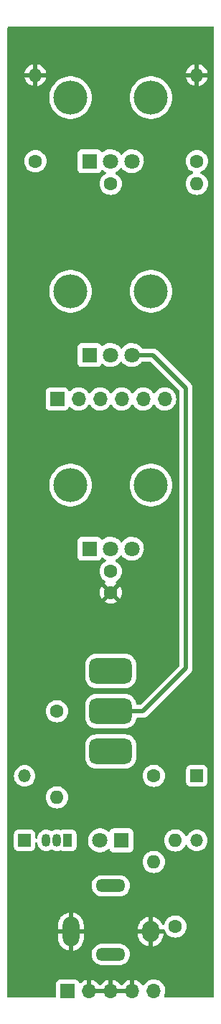
<source format=gbr>
%TF.GenerationSoftware,KiCad,Pcbnew,(6.0.5)*%
%TF.CreationDate,2023-02-15T12:36:22-05:00*%
%TF.ProjectId,wow_and_flutter,776f775f-616e-4645-9f66-6c7574746572,rev?*%
%TF.SameCoordinates,Original*%
%TF.FileFunction,Copper,L2,Bot*%
%TF.FilePolarity,Positive*%
%FSLAX46Y46*%
G04 Gerber Fmt 4.6, Leading zero omitted, Abs format (unit mm)*
G04 Created by KiCad (PCBNEW (6.0.5)) date 2023-02-15 12:36:22*
%MOMM*%
%LPD*%
G01*
G04 APERTURE LIST*
G04 Aperture macros list*
%AMRoundRect*
0 Rectangle with rounded corners*
0 $1 Rounding radius*
0 $2 $3 $4 $5 $6 $7 $8 $9 X,Y pos of 4 corners*
0 Add a 4 corners polygon primitive as box body*
4,1,4,$2,$3,$4,$5,$6,$7,$8,$9,$2,$3,0*
0 Add four circle primitives for the rounded corners*
1,1,$1+$1,$2,$3*
1,1,$1+$1,$4,$5*
1,1,$1+$1,$6,$7*
1,1,$1+$1,$8,$9*
0 Add four rect primitives between the rounded corners*
20,1,$1+$1,$2,$3,$4,$5,0*
20,1,$1+$1,$4,$5,$6,$7,0*
20,1,$1+$1,$6,$7,$8,$9,0*
20,1,$1+$1,$8,$9,$2,$3,0*%
G04 Aperture macros list end*
%TA.AperFunction,ComponentPad*%
%ADD10R,1.050000X1.500000*%
%TD*%
%TA.AperFunction,ComponentPad*%
%ADD11O,1.050000X1.500000*%
%TD*%
%TA.AperFunction,ComponentPad*%
%ADD12C,1.600000*%
%TD*%
%TA.AperFunction,ComponentPad*%
%ADD13O,1.600000X1.600000*%
%TD*%
%TA.AperFunction,ComponentPad*%
%ADD14O,4.000000X4.000000*%
%TD*%
%TA.AperFunction,ComponentPad*%
%ADD15R,1.800000X1.800000*%
%TD*%
%TA.AperFunction,ComponentPad*%
%ADD16C,1.800000*%
%TD*%
%TA.AperFunction,ComponentPad*%
%ADD17R,1.500000X1.500000*%
%TD*%
%TA.AperFunction,ComponentPad*%
%ADD18O,1.500000X1.500000*%
%TD*%
%TA.AperFunction,ComponentPad*%
%ADD19R,1.700000X1.700000*%
%TD*%
%TA.AperFunction,ComponentPad*%
%ADD20O,1.700000X1.700000*%
%TD*%
%TA.AperFunction,ComponentPad*%
%ADD21RoundRect,0.750000X1.750000X0.750000X-1.750000X0.750000X-1.750000X-0.750000X1.750000X-0.750000X0*%
%TD*%
%TA.AperFunction,ComponentPad*%
%ADD22O,2.000000X3.500000*%
%TD*%
%TA.AperFunction,ComponentPad*%
%ADD23O,2.000000X2.500000*%
%TD*%
%TA.AperFunction,ComponentPad*%
%ADD24O,3.500000X1.500000*%
%TD*%
%TA.AperFunction,ViaPad*%
%ADD25C,0.800000*%
%TD*%
%TA.AperFunction,Conductor*%
%ADD26C,0.500000*%
%TD*%
G04 APERTURE END LIST*
D10*
%TO.P,Q3,1,E*%
%TO.N,Net-(D3-Pad2)*%
X134620000Y-128270000D03*
D11*
%TO.P,Q3,2,B*%
%TO.N,Net-(Q3-Pad2)*%
X133350000Y-128270000D03*
%TO.P,Q3,3,C*%
%TO.N,+12V*%
X132080000Y-128270000D03*
%TD*%
D12*
%TO.P,R1,1*%
%TO.N,Net-(R1-Pad1)*%
X130810000Y-48140000D03*
D13*
%TO.P,R1,2*%
%TO.N,GND*%
X130810000Y-37980000D03*
%TD*%
D12*
%TO.P,R6,1*%
%TO.N,/LFO_FB*%
X149860000Y-48140000D03*
D13*
%TO.P,R6,2*%
%TO.N,GND*%
X149860000Y-37980000D03*
%TD*%
D14*
%TO.P,RV3,*%
%TO.N,*%
X134950000Y-86360000D03*
X144450000Y-86360000D03*
D15*
%TO.P,RV3,1,1*%
%TO.N,/S&H*%
X137200000Y-93860000D03*
D16*
%TO.P,RV3,2,2*%
%TO.N,/SLEW_OUT*%
X139700000Y-93860000D03*
%TO.P,RV3,3,3*%
X142200000Y-93860000D03*
%TD*%
D12*
%TO.P,R26,1*%
%TO.N,-12V*%
X147320000Y-138430000D03*
D13*
%TO.P,R26,2*%
%TO.N,Net-(D3-Pad1)*%
X147320000Y-128270000D03*
%TD*%
D12*
%TO.P,C15,1*%
%TO.N,GND*%
X139700000Y-99020000D03*
%TO.P,C15,2*%
%TO.N,/SLEW_OUT*%
X139700000Y-96520000D03*
%TD*%
D14*
%TO.P,RV4,*%
%TO.N,*%
X134950000Y-63500000D03*
X144450000Y-63500000D03*
D15*
%TO.P,RV4,1,1*%
%TO.N,/DEPTH_FB*%
X137200000Y-71000000D03*
D16*
%TO.P,RV4,2,2*%
%TO.N,/DEPTH_CTRL*%
X139700000Y-71000000D03*
%TO.P,RV4,3,3*%
%TO.N,/SW_OUT*%
X142200000Y-71000000D03*
%TD*%
D12*
%TO.P,R25,1*%
%TO.N,/SW_OUT*%
X133350000Y-113030000D03*
D13*
%TO.P,R25,2*%
%TO.N,Net-(Q3-Pad2)*%
X133350000Y-123190000D03*
%TD*%
D17*
%TO.P,D5,1,K*%
%TO.N,+12V*%
X129540000Y-128275000D03*
D18*
%TO.P,D5,2,A*%
%TO.N,/DEPTH_FB*%
X129540000Y-120655000D03*
%TD*%
D19*
%TO.P,J6,1,Pin_1*%
%TO.N,/TRI*%
X133375000Y-76200000D03*
D20*
%TO.P,J6,2,Pin_2*%
%TO.N,/DEPTH_FB*%
X135915000Y-76200000D03*
%TO.P,J6,3,Pin_3*%
%TO.N,/DEPTH_CTRL*%
X138455000Y-76200000D03*
%TO.P,J6,4,Pin_4*%
%TO.N,/S&H*%
X140995000Y-76200000D03*
%TO.P,J6,5,Pin_5*%
%TO.N,/LFO_FB*%
X143535000Y-76200000D03*
%TO.P,J6,6,Pin_6*%
%TO.N,/LFO_CTRL*%
X146075000Y-76200000D03*
%TD*%
D19*
%TO.P,J4,1,Pin_1*%
%TO.N,+12V*%
X134620000Y-146050000D03*
D20*
%TO.P,J4,2,Pin_2*%
%TO.N,GND*%
X137160000Y-146050000D03*
%TO.P,J4,3,Pin_3*%
X139700000Y-146050000D03*
%TO.P,J4,4,Pin_4*%
X142240000Y-146050000D03*
%TO.P,J4,5,Pin_5*%
%TO.N,-12V*%
X144780000Y-146050000D03*
%TD*%
D21*
%TO.P,SW1,1,A*%
%TO.N,/SLEW_OUT*%
X139700000Y-117780000D03*
%TO.P,SW1,2,B*%
%TO.N,/SW_OUT*%
X139700000Y-113030000D03*
%TO.P,SW1,3,C*%
%TO.N,/TRI*%
X139700000Y-108280000D03*
%TD*%
D15*
%TO.P,D3,1,K*%
%TO.N,Net-(D3-Pad1)*%
X140970000Y-128270000D03*
D16*
%TO.P,D3,2,A*%
%TO.N,Net-(D3-Pad2)*%
X138430000Y-128270000D03*
%TD*%
D22*
%TO.P,J2,S*%
%TO.N,GND*%
X135000000Y-139030000D03*
D23*
X144400000Y-139030000D03*
D24*
%TO.P,J2,T*%
%TO.N,Net-(J2-PadT)*%
X139700000Y-133630000D03*
%TO.P,J2,TN*%
%TO.N,unconnected-(J2-PadTN)*%
X139700000Y-141730000D03*
%TD*%
D12*
%TO.P,R24,1*%
%TO.N,/DEPTH_FB*%
X144780000Y-120650000D03*
D13*
%TO.P,R24,2*%
%TO.N,Net-(J2-PadT)*%
X144780000Y-130810000D03*
%TD*%
D17*
%TO.P,D4,1,K*%
%TO.N,/DEPTH_FB*%
X149860000Y-120650000D03*
D18*
%TO.P,D4,2,A*%
%TO.N,-12V*%
X149860000Y-128270000D03*
%TD*%
D12*
%TO.P,R2,1*%
%TO.N,Net-(R2-Pad1)*%
X139700000Y-50800000D03*
D13*
%TO.P,R2,2*%
%TO.N,/LFO_CTRL*%
X149860000Y-50800000D03*
%TD*%
D14*
%TO.P,RV1,*%
%TO.N,*%
X144450000Y-40640000D03*
X134950000Y-40640000D03*
D15*
%TO.P,RV1,1,1*%
%TO.N,Net-(R1-Pad1)*%
X137200000Y-48140000D03*
D16*
%TO.P,RV1,2,2*%
%TO.N,Net-(R2-Pad1)*%
X139700000Y-48140000D03*
%TO.P,RV1,3,3*%
%TO.N,/LFO_FB*%
X142200000Y-48140000D03*
%TD*%
D25*
%TO.N,GND*%
X134620000Y-72390000D03*
X130810000Y-76835000D03*
X128270000Y-73660000D03*
X132715000Y-69215000D03*
X142240000Y-78105000D03*
X136525000Y-115570000D03*
X132080000Y-93345000D03*
X133350000Y-115570000D03*
X133985000Y-104775000D03*
X135382000Y-119380000D03*
X142240000Y-100965000D03*
X133350000Y-107950000D03*
X147320000Y-89535000D03*
X147320000Y-78105000D03*
X139700000Y-89535000D03*
X147320000Y-97790000D03*
X135890000Y-90805000D03*
X132080000Y-79375000D03*
X141605000Y-95885000D03*
X144780000Y-102235000D03*
X142240000Y-83820000D03*
X137795000Y-104140000D03*
X142240000Y-110744000D03*
X136525000Y-110490000D03*
X130810000Y-114300000D03*
X144780000Y-93980000D03*
X141986000Y-115316000D03*
X142240000Y-88900000D03*
X135890000Y-82550000D03*
X130810000Y-101346000D03*
X139700000Y-78105000D03*
X135255000Y-97155000D03*
X130810000Y-107315000D03*
X135255000Y-101600000D03*
X130810000Y-119380000D03*
X139700000Y-102235000D03*
X144780000Y-109855000D03*
X140970000Y-92075000D03*
X142240000Y-105410000D03*
X147320000Y-107315000D03*
X132080000Y-85090000D03*
X132080000Y-98425000D03*
X147320000Y-83185000D03*
X132080000Y-88265000D03*
X148590000Y-52070000D03*
X144145000Y-72390000D03*
X147320000Y-146050000D03*
X144145000Y-69215000D03*
X151130000Y-52070000D03*
X148590000Y-71755000D03*
X130175000Y-139065000D03*
X133350000Y-130175000D03*
X128270000Y-146050000D03*
X151130000Y-146050000D03*
X149225000Y-139065000D03*
X139700000Y-74295000D03*
X149860000Y-74295000D03*
X151130000Y-86360000D03*
X147955000Y-122555000D03*
X148590000Y-58420000D03*
X142240000Y-74295000D03*
X128270000Y-130175000D03*
X139700000Y-135890000D03*
X151130000Y-118745000D03*
X134620000Y-125095000D03*
X147955000Y-114935000D03*
X142875000Y-121920000D03*
X144780000Y-113665000D03*
X149860000Y-97790000D03*
X142875000Y-119380000D03*
X146050000Y-60325000D03*
X128270000Y-114300000D03*
X151130000Y-136525000D03*
X149860000Y-89535000D03*
X138430000Y-123190000D03*
X136525000Y-127000000D03*
X131445000Y-121920000D03*
X128270000Y-121920000D03*
X137160000Y-131445000D03*
X142875000Y-130175000D03*
X151130000Y-71120000D03*
X144145000Y-133985000D03*
X150495000Y-107315000D03*
X151130000Y-113030000D03*
X151130000Y-93345000D03*
X142875000Y-127000000D03*
X151130000Y-78740000D03*
X135255000Y-121920000D03*
X135255000Y-133985000D03*
X128270000Y-79375000D03*
X148590000Y-64770000D03*
X128270000Y-107315000D03*
X151130000Y-127000000D03*
X149860000Y-83185000D03*
X128270000Y-118745000D03*
X144780000Y-123825000D03*
X147955000Y-110490000D03*
X147320000Y-119380000D03*
X128270000Y-44450000D03*
X128270000Y-33020000D03*
X151130000Y-102235000D03*
X128270000Y-100965000D03*
X128270000Y-93345000D03*
X128270000Y-86995000D03*
X133350000Y-46355000D03*
X139700000Y-33020000D03*
X139700000Y-39370000D03*
X150495000Y-45720000D03*
X128270000Y-55880000D03*
X147320000Y-46355000D03*
X138430000Y-62865000D03*
X131445000Y-62230000D03*
X133350000Y-49530000D03*
X151130000Y-61595000D03*
X151130000Y-49530000D03*
X132715000Y-35560000D03*
X132715000Y-56515000D03*
X146685000Y-36195000D03*
X139700000Y-42545000D03*
X128270000Y-67310000D03*
X137160000Y-67945000D03*
X142875000Y-59690000D03*
X135255000Y-43815000D03*
X135890000Y-52070000D03*
X146050000Y-49530000D03*
X142240000Y-67310000D03*
X140335000Y-53975000D03*
X144145000Y-46355000D03*
X151130000Y-33020000D03*
X128905000Y-50165000D03*
%TD*%
D26*
%TO.N,/SW_OUT*%
X143510000Y-113030000D02*
X139700000Y-113030000D01*
X142200000Y-71000000D02*
X144701396Y-71000000D01*
X148590000Y-107950000D02*
X143510000Y-113030000D01*
X148590000Y-74888604D02*
X148590000Y-107950000D01*
X144701396Y-71000000D02*
X148590000Y-74888604D01*
%TD*%
%TA.AperFunction,Conductor*%
%TO.N,GND*%
G36*
X151833621Y-32278502D02*
G01*
X151880114Y-32332158D01*
X151891500Y-32384500D01*
X151891500Y-146685500D01*
X151871498Y-146753621D01*
X151817842Y-146800114D01*
X151765500Y-146811500D01*
X146121905Y-146811500D01*
X146053784Y-146791498D01*
X146007291Y-146737842D01*
X145997187Y-146667568D01*
X146008948Y-146629673D01*
X146045136Y-146556452D01*
X146047430Y-146551811D01*
X146112370Y-146338069D01*
X146141529Y-146116590D01*
X146143156Y-146050000D01*
X146124852Y-145827361D01*
X146070431Y-145610702D01*
X145981354Y-145405840D01*
X145860014Y-145218277D01*
X145709670Y-145053051D01*
X145705619Y-145049852D01*
X145705615Y-145049848D01*
X145538414Y-144917800D01*
X145538410Y-144917798D01*
X145534359Y-144914598D01*
X145498028Y-144894542D01*
X145482136Y-144885769D01*
X145338789Y-144806638D01*
X145333920Y-144804914D01*
X145333916Y-144804912D01*
X145133087Y-144733795D01*
X145133083Y-144733794D01*
X145128212Y-144732069D01*
X145123119Y-144731162D01*
X145123116Y-144731161D01*
X144913373Y-144693800D01*
X144913367Y-144693799D01*
X144908284Y-144692894D01*
X144834452Y-144691992D01*
X144690081Y-144690228D01*
X144690079Y-144690228D01*
X144684911Y-144690165D01*
X144464091Y-144723955D01*
X144251756Y-144793357D01*
X144053607Y-144896507D01*
X144049474Y-144899610D01*
X144049471Y-144899612D01*
X143879100Y-145027530D01*
X143874965Y-145030635D01*
X143720629Y-145192138D01*
X143717715Y-145196410D01*
X143717714Y-145196411D01*
X143705404Y-145214457D01*
X143614337Y-145347957D01*
X143612898Y-145350066D01*
X143557987Y-145395069D01*
X143487462Y-145403240D01*
X143423715Y-145371986D01*
X143403018Y-145347502D01*
X143322426Y-145222926D01*
X143316136Y-145214757D01*
X143172806Y-145057240D01*
X143165273Y-145050215D01*
X142998139Y-144918222D01*
X142989552Y-144912517D01*
X142803117Y-144809599D01*
X142793705Y-144805369D01*
X142592959Y-144734280D01*
X142582988Y-144731646D01*
X142511837Y-144718972D01*
X142498540Y-144720432D01*
X142494000Y-144734989D01*
X142494000Y-146178000D01*
X142473998Y-146246121D01*
X142420342Y-146292614D01*
X142368000Y-146304000D01*
X137032000Y-146304000D01*
X136963879Y-146283998D01*
X136917386Y-146230342D01*
X136906000Y-146178000D01*
X136906000Y-145777885D01*
X137414000Y-145777885D01*
X137418475Y-145793124D01*
X137419865Y-145794329D01*
X137427548Y-145796000D01*
X139427885Y-145796000D01*
X139443124Y-145791525D01*
X139444329Y-145790135D01*
X139446000Y-145782452D01*
X139446000Y-145777885D01*
X139954000Y-145777885D01*
X139958475Y-145793124D01*
X139959865Y-145794329D01*
X139967548Y-145796000D01*
X141967885Y-145796000D01*
X141983124Y-145791525D01*
X141984329Y-145790135D01*
X141986000Y-145782452D01*
X141986000Y-144733102D01*
X141982082Y-144719758D01*
X141967806Y-144717771D01*
X141929324Y-144723660D01*
X141919288Y-144726051D01*
X141716868Y-144792212D01*
X141707359Y-144796209D01*
X141518463Y-144894542D01*
X141509738Y-144900036D01*
X141339433Y-145027905D01*
X141331726Y-145034748D01*
X141184590Y-145188717D01*
X141178104Y-145196727D01*
X141073193Y-145350521D01*
X141018282Y-145395524D01*
X140947757Y-145403695D01*
X140884010Y-145372441D01*
X140863313Y-145347957D01*
X140782427Y-145222926D01*
X140776136Y-145214757D01*
X140632806Y-145057240D01*
X140625273Y-145050215D01*
X140458139Y-144918222D01*
X140449552Y-144912517D01*
X140263117Y-144809599D01*
X140253705Y-144805369D01*
X140052959Y-144734280D01*
X140042988Y-144731646D01*
X139971837Y-144718972D01*
X139958540Y-144720432D01*
X139954000Y-144734989D01*
X139954000Y-145777885D01*
X139446000Y-145777885D01*
X139446000Y-144733102D01*
X139442082Y-144719758D01*
X139427806Y-144717771D01*
X139389324Y-144723660D01*
X139379288Y-144726051D01*
X139176868Y-144792212D01*
X139167359Y-144796209D01*
X138978463Y-144894542D01*
X138969738Y-144900036D01*
X138799433Y-145027905D01*
X138791726Y-145034748D01*
X138644590Y-145188717D01*
X138638104Y-145196727D01*
X138533193Y-145350521D01*
X138478282Y-145395524D01*
X138407757Y-145403695D01*
X138344010Y-145372441D01*
X138323313Y-145347957D01*
X138242427Y-145222926D01*
X138236136Y-145214757D01*
X138092806Y-145057240D01*
X138085273Y-145050215D01*
X137918139Y-144918222D01*
X137909552Y-144912517D01*
X137723117Y-144809599D01*
X137713705Y-144805369D01*
X137512959Y-144734280D01*
X137502988Y-144731646D01*
X137431837Y-144718972D01*
X137418540Y-144720432D01*
X137414000Y-144734989D01*
X137414000Y-145777885D01*
X136906000Y-145777885D01*
X136906000Y-144733102D01*
X136902082Y-144719758D01*
X136887806Y-144717771D01*
X136849324Y-144723660D01*
X136839288Y-144726051D01*
X136636868Y-144792212D01*
X136627359Y-144796209D01*
X136438463Y-144894542D01*
X136429738Y-144900036D01*
X136259433Y-145027905D01*
X136251726Y-145034748D01*
X136174478Y-145115584D01*
X136112954Y-145151014D01*
X136042042Y-145147557D01*
X135984255Y-145106311D01*
X135965402Y-145072763D01*
X135923767Y-144961703D01*
X135920615Y-144953295D01*
X135833261Y-144836739D01*
X135716705Y-144749385D01*
X135580316Y-144698255D01*
X135518134Y-144691500D01*
X133721866Y-144691500D01*
X133659684Y-144698255D01*
X133523295Y-144749385D01*
X133406739Y-144836739D01*
X133319385Y-144953295D01*
X133268255Y-145089684D01*
X133261500Y-145151866D01*
X133261500Y-146685500D01*
X133241498Y-146753621D01*
X133187842Y-146800114D01*
X133135500Y-146811500D01*
X127634500Y-146811500D01*
X127566379Y-146791498D01*
X127519886Y-146737842D01*
X127508500Y-146685500D01*
X127508500Y-141769690D01*
X137437037Y-141769690D01*
X137464025Y-141992715D01*
X137530082Y-142207435D01*
X137532652Y-142212415D01*
X137532654Y-142212419D01*
X137597852Y-142338738D01*
X137633118Y-142407064D01*
X137769877Y-142585292D01*
X137936036Y-142736485D01*
X137940783Y-142739463D01*
X137940786Y-142739465D01*
X138069229Y-142820036D01*
X138126344Y-142855864D01*
X138334783Y-142939656D01*
X138554767Y-142985213D01*
X138559378Y-142985479D01*
X138559379Y-142985479D01*
X138609952Y-142988395D01*
X138609956Y-142988395D01*
X138611775Y-142988500D01*
X140756999Y-142988500D01*
X140759786Y-142988251D01*
X140759792Y-142988251D01*
X140829929Y-142981991D01*
X140923762Y-142973617D01*
X140929176Y-142972136D01*
X140929181Y-142972135D01*
X141056912Y-142937191D01*
X141140451Y-142914337D01*
X141145509Y-142911925D01*
X141145513Y-142911923D01*
X141263042Y-142855864D01*
X141343218Y-142817622D01*
X141525654Y-142686529D01*
X141681992Y-142525201D01*
X141807290Y-142338738D01*
X141897588Y-142133033D01*
X141950032Y-141914589D01*
X141962963Y-141690310D01*
X141935975Y-141467285D01*
X141869918Y-141252565D01*
X141858033Y-141229537D01*
X141769454Y-141057919D01*
X141769454Y-141057918D01*
X141766882Y-141052936D01*
X141630123Y-140874708D01*
X141463964Y-140723515D01*
X141459217Y-140720537D01*
X141459214Y-140720535D01*
X141278405Y-140607115D01*
X141273656Y-140604136D01*
X141065217Y-140520344D01*
X140845233Y-140474787D01*
X140840622Y-140474521D01*
X140840621Y-140474521D01*
X140790048Y-140471605D01*
X140790044Y-140471605D01*
X140788225Y-140471500D01*
X138643001Y-140471500D01*
X138640214Y-140471749D01*
X138640208Y-140471749D01*
X138589609Y-140476265D01*
X138476238Y-140486383D01*
X138470824Y-140487864D01*
X138470819Y-140487865D01*
X138356609Y-140519110D01*
X138259549Y-140545663D01*
X138254491Y-140548075D01*
X138254487Y-140548077D01*
X138158165Y-140594021D01*
X138056782Y-140642378D01*
X137874346Y-140773471D01*
X137870439Y-140777503D01*
X137786133Y-140864500D01*
X137718008Y-140934799D01*
X137592710Y-141121262D01*
X137502412Y-141326967D01*
X137449968Y-141545411D01*
X137437037Y-141769690D01*
X127508500Y-141769690D01*
X127508500Y-139838456D01*
X133492000Y-139838456D01*
X133492202Y-139843488D01*
X133506150Y-140016843D01*
X133507762Y-140026796D01*
X133563233Y-140252633D01*
X133566416Y-140262203D01*
X133657280Y-140476265D01*
X133661955Y-140485207D01*
X133785874Y-140681987D01*
X133791914Y-140690060D01*
X133945703Y-140864500D01*
X133952956Y-140871504D01*
X134132654Y-141019110D01*
X134140936Y-141024866D01*
X134341919Y-141141841D01*
X134351024Y-141146203D01*
X134568115Y-141229537D01*
X134577804Y-141232388D01*
X134728264Y-141263821D01*
X134742325Y-141262698D01*
X134746000Y-141252590D01*
X134746000Y-141250590D01*
X135254000Y-141250590D01*
X135258136Y-141264676D01*
X135271114Y-141266725D01*
X135288830Y-141264675D01*
X135298727Y-141262715D01*
X135522494Y-141199396D01*
X135531938Y-141195884D01*
X135742705Y-141097601D01*
X135751471Y-141092622D01*
X135943802Y-140961913D01*
X135951677Y-140955581D01*
X136120626Y-140795814D01*
X136127387Y-140788305D01*
X136268625Y-140603574D01*
X136274089Y-140595095D01*
X136383978Y-140390153D01*
X136388020Y-140380901D01*
X136463727Y-140161029D01*
X136466236Y-140151257D01*
X136506004Y-139921029D01*
X136506859Y-139913157D01*
X136507936Y-139889449D01*
X136508000Y-139886616D01*
X136508000Y-139338456D01*
X142892000Y-139338456D01*
X142892202Y-139343488D01*
X142906150Y-139516843D01*
X142907762Y-139526796D01*
X142963233Y-139752633D01*
X142966416Y-139762203D01*
X143057280Y-139976265D01*
X143061955Y-139985207D01*
X143185874Y-140181987D01*
X143191914Y-140190060D01*
X143345703Y-140364500D01*
X143352956Y-140371504D01*
X143532654Y-140519110D01*
X143540936Y-140524866D01*
X143741919Y-140641841D01*
X143751024Y-140646203D01*
X143968115Y-140729537D01*
X143977804Y-140732388D01*
X144128264Y-140763821D01*
X144142325Y-140762698D01*
X144146000Y-140752590D01*
X144146000Y-140750590D01*
X144654000Y-140750590D01*
X144658136Y-140764676D01*
X144671114Y-140766725D01*
X144688830Y-140764675D01*
X144698727Y-140762715D01*
X144922494Y-140699396D01*
X144931938Y-140695884D01*
X145142705Y-140597601D01*
X145151471Y-140592622D01*
X145343802Y-140461913D01*
X145351677Y-140455581D01*
X145520626Y-140295814D01*
X145527387Y-140288305D01*
X145668625Y-140103574D01*
X145674089Y-140095095D01*
X145783978Y-139890153D01*
X145788020Y-139880901D01*
X145863727Y-139661029D01*
X145866236Y-139651257D01*
X145906004Y-139421029D01*
X145906859Y-139413157D01*
X145907936Y-139389449D01*
X145908000Y-139386616D01*
X145908000Y-139302115D01*
X145903525Y-139286876D01*
X145902135Y-139285671D01*
X145894452Y-139284000D01*
X144672115Y-139284000D01*
X144656876Y-139288475D01*
X144655671Y-139289865D01*
X144654000Y-139297548D01*
X144654000Y-140750590D01*
X144146000Y-140750590D01*
X144146000Y-139302115D01*
X144141525Y-139286876D01*
X144140135Y-139285671D01*
X144132452Y-139284000D01*
X142910115Y-139284000D01*
X142894876Y-139288475D01*
X142893671Y-139289865D01*
X142892000Y-139297548D01*
X142892000Y-139338456D01*
X136508000Y-139338456D01*
X136508000Y-139302115D01*
X136503525Y-139286876D01*
X136502135Y-139285671D01*
X136494452Y-139284000D01*
X135272115Y-139284000D01*
X135256876Y-139288475D01*
X135255671Y-139289865D01*
X135254000Y-139297548D01*
X135254000Y-141250590D01*
X134746000Y-141250590D01*
X134746000Y-139302115D01*
X134741525Y-139286876D01*
X134740135Y-139285671D01*
X134732452Y-139284000D01*
X133510115Y-139284000D01*
X133494876Y-139288475D01*
X133493671Y-139289865D01*
X133492000Y-139297548D01*
X133492000Y-139838456D01*
X127508500Y-139838456D01*
X127508500Y-138757885D01*
X133492000Y-138757885D01*
X133496475Y-138773124D01*
X133497865Y-138774329D01*
X133505548Y-138776000D01*
X134727885Y-138776000D01*
X134743124Y-138771525D01*
X134744329Y-138770135D01*
X134746000Y-138762452D01*
X134746000Y-138757885D01*
X135254000Y-138757885D01*
X135258475Y-138773124D01*
X135259865Y-138774329D01*
X135267548Y-138776000D01*
X136489885Y-138776000D01*
X136505124Y-138771525D01*
X136506329Y-138770135D01*
X136508000Y-138762452D01*
X136508000Y-138757885D01*
X142892000Y-138757885D01*
X142896475Y-138773124D01*
X142897865Y-138774329D01*
X142905548Y-138776000D01*
X144127885Y-138776000D01*
X144143124Y-138771525D01*
X144144329Y-138770135D01*
X144146000Y-138762452D01*
X144146000Y-138757885D01*
X144654000Y-138757885D01*
X144658475Y-138773124D01*
X144659865Y-138774329D01*
X144667548Y-138776000D01*
X145889886Y-138776000D01*
X145921979Y-138766577D01*
X145992975Y-138766577D01*
X146052701Y-138804961D01*
X146079182Y-138854861D01*
X146084290Y-138873925D01*
X146084293Y-138873933D01*
X146085716Y-138879243D01*
X146088039Y-138884224D01*
X146088039Y-138884225D01*
X146180151Y-139081762D01*
X146180154Y-139081767D01*
X146182477Y-139086749D01*
X146313802Y-139274300D01*
X146475700Y-139436198D01*
X146480208Y-139439355D01*
X146480211Y-139439357D01*
X146558389Y-139494098D01*
X146663251Y-139567523D01*
X146668233Y-139569846D01*
X146668238Y-139569849D01*
X146865775Y-139661961D01*
X146870757Y-139664284D01*
X146876065Y-139665706D01*
X146876067Y-139665707D01*
X147086598Y-139722119D01*
X147086600Y-139722119D01*
X147091913Y-139723543D01*
X147320000Y-139743498D01*
X147548087Y-139723543D01*
X147553400Y-139722119D01*
X147553402Y-139722119D01*
X147763933Y-139665707D01*
X147763935Y-139665706D01*
X147769243Y-139664284D01*
X147774225Y-139661961D01*
X147971762Y-139569849D01*
X147971767Y-139569846D01*
X147976749Y-139567523D01*
X148081611Y-139494098D01*
X148159789Y-139439357D01*
X148159792Y-139439355D01*
X148164300Y-139436198D01*
X148326198Y-139274300D01*
X148457523Y-139086749D01*
X148459846Y-139081767D01*
X148459849Y-139081762D01*
X148551961Y-138884225D01*
X148551961Y-138884224D01*
X148554284Y-138879243D01*
X148613543Y-138658087D01*
X148633498Y-138430000D01*
X148613543Y-138201913D01*
X148612119Y-138196598D01*
X148555707Y-137986067D01*
X148555706Y-137986065D01*
X148554284Y-137980757D01*
X148546892Y-137964905D01*
X148459849Y-137778238D01*
X148459846Y-137778233D01*
X148457523Y-137773251D01*
X148384098Y-137668389D01*
X148329357Y-137590211D01*
X148329355Y-137590208D01*
X148326198Y-137585700D01*
X148164300Y-137423802D01*
X148159792Y-137420645D01*
X148159789Y-137420643D01*
X148030998Y-137330463D01*
X147976749Y-137292477D01*
X147971767Y-137290154D01*
X147971762Y-137290151D01*
X147774225Y-137198039D01*
X147774224Y-137198039D01*
X147769243Y-137195716D01*
X147763935Y-137194294D01*
X147763933Y-137194293D01*
X147553402Y-137137881D01*
X147553400Y-137137881D01*
X147548087Y-137136457D01*
X147320000Y-137116502D01*
X147091913Y-137136457D01*
X147086600Y-137137881D01*
X147086598Y-137137881D01*
X146876067Y-137194293D01*
X146876065Y-137194294D01*
X146870757Y-137195716D01*
X146865776Y-137198039D01*
X146865775Y-137198039D01*
X146668238Y-137290151D01*
X146668233Y-137290154D01*
X146663251Y-137292477D01*
X146609002Y-137330463D01*
X146480211Y-137420643D01*
X146480208Y-137420645D01*
X146475700Y-137423802D01*
X146313802Y-137585700D01*
X146310645Y-137590208D01*
X146310643Y-137590211D01*
X146255902Y-137668389D01*
X146182477Y-137773251D01*
X146180154Y-137778233D01*
X146180151Y-137778238D01*
X146093108Y-137964905D01*
X146085716Y-137980757D01*
X146034102Y-138173384D01*
X146030781Y-138185777D01*
X145993829Y-138246400D01*
X145929969Y-138277421D01*
X145859474Y-138268993D01*
X145804727Y-138223790D01*
X145793091Y-138202398D01*
X145742726Y-138083746D01*
X145738045Y-138074793D01*
X145614126Y-137878013D01*
X145608086Y-137869940D01*
X145454297Y-137695500D01*
X145447044Y-137688496D01*
X145267346Y-137540890D01*
X145259064Y-137535134D01*
X145058081Y-137418159D01*
X145048976Y-137413797D01*
X144831885Y-137330463D01*
X144822196Y-137327612D01*
X144671736Y-137296179D01*
X144657675Y-137297302D01*
X144654000Y-137307410D01*
X144654000Y-138757885D01*
X144146000Y-138757885D01*
X144146000Y-137309410D01*
X144141864Y-137295324D01*
X144128886Y-137293275D01*
X144111170Y-137295325D01*
X144101273Y-137297285D01*
X143877506Y-137360604D01*
X143868062Y-137364116D01*
X143657295Y-137462399D01*
X143648529Y-137467378D01*
X143456198Y-137598087D01*
X143448323Y-137604419D01*
X143279374Y-137764186D01*
X143272613Y-137771695D01*
X143131375Y-137956426D01*
X143125911Y-137964905D01*
X143016022Y-138169847D01*
X143011980Y-138179099D01*
X142936273Y-138398971D01*
X142933764Y-138408743D01*
X142893996Y-138638971D01*
X142893141Y-138646843D01*
X142892064Y-138670551D01*
X142892000Y-138673384D01*
X142892000Y-138757885D01*
X136508000Y-138757885D01*
X136508000Y-138221544D01*
X136507798Y-138216512D01*
X136493850Y-138043157D01*
X136492238Y-138033204D01*
X136436767Y-137807367D01*
X136433584Y-137797797D01*
X136342720Y-137583735D01*
X136338045Y-137574793D01*
X136214126Y-137378013D01*
X136208086Y-137369940D01*
X136054297Y-137195500D01*
X136047044Y-137188496D01*
X135867346Y-137040890D01*
X135859064Y-137035134D01*
X135658081Y-136918159D01*
X135648976Y-136913797D01*
X135431885Y-136830463D01*
X135422196Y-136827612D01*
X135271736Y-136796179D01*
X135257675Y-136797302D01*
X135254000Y-136807410D01*
X135254000Y-138757885D01*
X134746000Y-138757885D01*
X134746000Y-136809410D01*
X134741864Y-136795324D01*
X134728886Y-136793275D01*
X134711170Y-136795325D01*
X134701273Y-136797285D01*
X134477506Y-136860604D01*
X134468062Y-136864116D01*
X134257295Y-136962399D01*
X134248529Y-136967378D01*
X134056198Y-137098087D01*
X134048323Y-137104419D01*
X133879374Y-137264186D01*
X133872613Y-137271695D01*
X133731375Y-137456426D01*
X133725911Y-137464905D01*
X133616022Y-137669847D01*
X133611980Y-137679099D01*
X133536273Y-137898971D01*
X133533764Y-137908743D01*
X133493996Y-138138971D01*
X133493141Y-138146843D01*
X133492064Y-138170551D01*
X133492000Y-138173384D01*
X133492000Y-138757885D01*
X127508500Y-138757885D01*
X127508500Y-133669690D01*
X137437037Y-133669690D01*
X137464025Y-133892715D01*
X137530082Y-134107435D01*
X137532652Y-134112415D01*
X137532654Y-134112419D01*
X137597852Y-134238738D01*
X137633118Y-134307064D01*
X137769877Y-134485292D01*
X137936036Y-134636485D01*
X137940783Y-134639463D01*
X137940786Y-134639465D01*
X138069229Y-134720036D01*
X138126344Y-134755864D01*
X138334783Y-134839656D01*
X138554767Y-134885213D01*
X138559378Y-134885479D01*
X138559379Y-134885479D01*
X138609952Y-134888395D01*
X138609956Y-134888395D01*
X138611775Y-134888500D01*
X140756999Y-134888500D01*
X140759786Y-134888251D01*
X140759792Y-134888251D01*
X140829929Y-134881991D01*
X140923762Y-134873617D01*
X140929176Y-134872136D01*
X140929181Y-134872135D01*
X141056912Y-134837191D01*
X141140451Y-134814337D01*
X141145509Y-134811925D01*
X141145513Y-134811923D01*
X141263042Y-134755864D01*
X141343218Y-134717622D01*
X141525654Y-134586529D01*
X141681992Y-134425201D01*
X141807290Y-134238738D01*
X141897588Y-134033033D01*
X141950032Y-133814589D01*
X141962963Y-133590310D01*
X141935975Y-133367285D01*
X141869918Y-133152565D01*
X141804798Y-133026396D01*
X141769454Y-132957919D01*
X141769454Y-132957918D01*
X141766882Y-132952936D01*
X141630123Y-132774708D01*
X141463964Y-132623515D01*
X141459217Y-132620537D01*
X141459214Y-132620535D01*
X141278405Y-132507115D01*
X141273656Y-132504136D01*
X141065217Y-132420344D01*
X140845233Y-132374787D01*
X140840622Y-132374521D01*
X140840621Y-132374521D01*
X140790048Y-132371605D01*
X140790044Y-132371605D01*
X140788225Y-132371500D01*
X138643001Y-132371500D01*
X138640214Y-132371749D01*
X138640208Y-132371749D01*
X138570071Y-132378009D01*
X138476238Y-132386383D01*
X138470824Y-132387864D01*
X138470819Y-132387865D01*
X138356262Y-132419205D01*
X138259549Y-132445663D01*
X138254491Y-132448075D01*
X138254487Y-132448077D01*
X138158166Y-132494020D01*
X138056782Y-132542378D01*
X137874346Y-132673471D01*
X137718008Y-132834799D01*
X137592710Y-133021262D01*
X137502412Y-133226967D01*
X137449968Y-133445411D01*
X137437037Y-133669690D01*
X127508500Y-133669690D01*
X127508500Y-130810000D01*
X143466502Y-130810000D01*
X143486457Y-131038087D01*
X143545716Y-131259243D01*
X143548039Y-131264224D01*
X143548039Y-131264225D01*
X143640151Y-131461762D01*
X143640154Y-131461767D01*
X143642477Y-131466749D01*
X143773802Y-131654300D01*
X143935700Y-131816198D01*
X143940208Y-131819355D01*
X143940211Y-131819357D01*
X144018389Y-131874098D01*
X144123251Y-131947523D01*
X144128233Y-131949846D01*
X144128238Y-131949849D01*
X144325775Y-132041961D01*
X144330757Y-132044284D01*
X144336065Y-132045706D01*
X144336067Y-132045707D01*
X144546598Y-132102119D01*
X144546600Y-132102119D01*
X144551913Y-132103543D01*
X144780000Y-132123498D01*
X145008087Y-132103543D01*
X145013400Y-132102119D01*
X145013402Y-132102119D01*
X145223933Y-132045707D01*
X145223935Y-132045706D01*
X145229243Y-132044284D01*
X145234225Y-132041961D01*
X145431762Y-131949849D01*
X145431767Y-131949846D01*
X145436749Y-131947523D01*
X145541611Y-131874098D01*
X145619789Y-131819357D01*
X145619792Y-131819355D01*
X145624300Y-131816198D01*
X145786198Y-131654300D01*
X145917523Y-131466749D01*
X145919846Y-131461767D01*
X145919849Y-131461762D01*
X146011961Y-131264225D01*
X146011961Y-131264224D01*
X146014284Y-131259243D01*
X146073543Y-131038087D01*
X146093498Y-130810000D01*
X146073543Y-130581913D01*
X146014284Y-130360757D01*
X146011961Y-130355775D01*
X145919849Y-130158238D01*
X145919846Y-130158233D01*
X145917523Y-130153251D01*
X145786198Y-129965700D01*
X145624300Y-129803802D01*
X145619792Y-129800645D01*
X145619789Y-129800643D01*
X145449896Y-129681683D01*
X145436749Y-129672477D01*
X145431767Y-129670154D01*
X145431762Y-129670151D01*
X145234225Y-129578039D01*
X145234224Y-129578039D01*
X145229243Y-129575716D01*
X145223935Y-129574294D01*
X145223933Y-129574293D01*
X145013402Y-129517881D01*
X145013400Y-129517881D01*
X145008087Y-129516457D01*
X144780000Y-129496502D01*
X144551913Y-129516457D01*
X144546600Y-129517881D01*
X144546598Y-129517881D01*
X144336067Y-129574293D01*
X144336065Y-129574294D01*
X144330757Y-129575716D01*
X144325776Y-129578039D01*
X144325775Y-129578039D01*
X144128238Y-129670151D01*
X144128233Y-129670154D01*
X144123251Y-129672477D01*
X144110104Y-129681683D01*
X143940211Y-129800643D01*
X143940208Y-129800645D01*
X143935700Y-129803802D01*
X143773802Y-129965700D01*
X143642477Y-130153251D01*
X143640154Y-130158233D01*
X143640151Y-130158238D01*
X143548039Y-130355775D01*
X143545716Y-130360757D01*
X143486457Y-130581913D01*
X143466502Y-130810000D01*
X127508500Y-130810000D01*
X127508500Y-129073134D01*
X128281500Y-129073134D01*
X128288255Y-129135316D01*
X128339385Y-129271705D01*
X128426739Y-129388261D01*
X128543295Y-129475615D01*
X128679684Y-129526745D01*
X128741866Y-129533500D01*
X130338134Y-129533500D01*
X130400316Y-129526745D01*
X130536705Y-129475615D01*
X130653261Y-129388261D01*
X130740615Y-129271705D01*
X130791745Y-129135316D01*
X130798500Y-129073134D01*
X130798500Y-128592965D01*
X130818502Y-128524844D01*
X130872158Y-128478351D01*
X130942432Y-128468247D01*
X131007012Y-128497741D01*
X131045396Y-128557467D01*
X131049899Y-128580670D01*
X131061277Y-128696713D01*
X131119858Y-128890742D01*
X131215010Y-129069698D01*
X131218904Y-129074472D01*
X131218905Y-129074474D01*
X131246756Y-129108622D01*
X131343110Y-129226763D01*
X131347857Y-129230690D01*
X131347859Y-129230692D01*
X131494528Y-129352027D01*
X131494531Y-129352029D01*
X131499278Y-129355956D01*
X131677565Y-129452356D01*
X131746733Y-129473767D01*
X131865293Y-129510468D01*
X131865296Y-129510469D01*
X131871180Y-129512290D01*
X131877305Y-129512934D01*
X131877306Y-129512934D01*
X132066622Y-129532832D01*
X132066623Y-129532832D01*
X132072750Y-129533476D01*
X132156014Y-129525898D01*
X132268457Y-129515665D01*
X132268460Y-129515664D01*
X132274596Y-129515106D01*
X132280502Y-129513368D01*
X132280506Y-129513367D01*
X132463120Y-129459620D01*
X132463119Y-129459620D01*
X132469029Y-129457881D01*
X132474486Y-129455028D01*
X132474489Y-129455027D01*
X132615935Y-129381081D01*
X132648460Y-129364077D01*
X132648462Y-129364077D01*
X132648645Y-129363981D01*
X132648663Y-129364016D01*
X132714441Y-129344111D01*
X132775409Y-129359271D01*
X132947565Y-129452356D01*
X133016733Y-129473767D01*
X133135293Y-129510468D01*
X133135296Y-129510469D01*
X133141180Y-129512290D01*
X133147305Y-129512934D01*
X133147306Y-129512934D01*
X133336622Y-129532832D01*
X133336623Y-129532832D01*
X133342750Y-129533476D01*
X133426014Y-129525898D01*
X133538457Y-129515665D01*
X133538460Y-129515664D01*
X133544596Y-129515106D01*
X133550502Y-129513368D01*
X133550506Y-129513367D01*
X133733121Y-129459620D01*
X133733123Y-129459619D01*
X133736111Y-129458740D01*
X133739029Y-129457881D01*
X133739282Y-129458740D01*
X133804662Y-129452286D01*
X133841406Y-129465452D01*
X133848295Y-129470615D01*
X133856696Y-129473764D01*
X133856699Y-129473766D01*
X133883975Y-129483991D01*
X133984684Y-129521745D01*
X134046866Y-129528500D01*
X135193134Y-129528500D01*
X135255316Y-129521745D01*
X135391705Y-129470615D01*
X135508261Y-129383261D01*
X135595615Y-129266705D01*
X135646745Y-129130316D01*
X135653500Y-129068134D01*
X135653500Y-128235469D01*
X137017095Y-128235469D01*
X137017392Y-128240622D01*
X137017392Y-128240625D01*
X137030129Y-128461529D01*
X137030427Y-128466697D01*
X137031564Y-128471743D01*
X137031565Y-128471749D01*
X137050883Y-128557467D01*
X137081346Y-128692642D01*
X137083288Y-128697424D01*
X137083289Y-128697428D01*
X137166540Y-128902450D01*
X137168484Y-128907237D01*
X137289501Y-129104719D01*
X137441147Y-129279784D01*
X137619349Y-129427730D01*
X137819322Y-129544584D01*
X138035694Y-129627209D01*
X138040760Y-129628240D01*
X138040761Y-129628240D01*
X138093846Y-129639040D01*
X138262656Y-129673385D01*
X138392089Y-129678131D01*
X138488949Y-129681683D01*
X138488953Y-129681683D01*
X138494113Y-129681872D01*
X138499233Y-129681216D01*
X138499235Y-129681216D01*
X138585608Y-129670151D01*
X138723847Y-129652442D01*
X138728795Y-129650957D01*
X138728802Y-129650956D01*
X138940747Y-129587369D01*
X138945690Y-129585886D01*
X138950565Y-129583498D01*
X139149049Y-129486262D01*
X139149052Y-129486260D01*
X139153684Y-129483991D01*
X139342243Y-129349494D01*
X139387309Y-129304585D01*
X139449681Y-129270669D01*
X139520487Y-129275857D01*
X139577249Y-129318503D01*
X139594231Y-129349607D01*
X139608865Y-129388642D01*
X139619385Y-129416705D01*
X139706739Y-129533261D01*
X139823295Y-129620615D01*
X139959684Y-129671745D01*
X140021866Y-129678500D01*
X141918134Y-129678500D01*
X141980316Y-129671745D01*
X142116705Y-129620615D01*
X142233261Y-129533261D01*
X142320615Y-129416705D01*
X142371745Y-129280316D01*
X142378500Y-129218134D01*
X142378500Y-128270000D01*
X146006502Y-128270000D01*
X146026457Y-128498087D01*
X146027881Y-128503400D01*
X146027881Y-128503402D01*
X146081261Y-128702615D01*
X146085716Y-128719243D01*
X146088039Y-128724224D01*
X146088039Y-128724225D01*
X146180151Y-128921762D01*
X146180154Y-128921767D01*
X146182477Y-128926749D01*
X146185634Y-128931257D01*
X146304012Y-129100318D01*
X146313802Y-129114300D01*
X146475700Y-129276198D01*
X146480208Y-129279355D01*
X146480211Y-129279357D01*
X146558389Y-129334098D01*
X146663251Y-129407523D01*
X146668233Y-129409846D01*
X146668238Y-129409849D01*
X146865775Y-129501961D01*
X146870757Y-129504284D01*
X146876065Y-129505706D01*
X146876067Y-129505707D01*
X147086598Y-129562119D01*
X147086600Y-129562119D01*
X147091913Y-129563543D01*
X147320000Y-129583498D01*
X147548087Y-129563543D01*
X147553400Y-129562119D01*
X147553402Y-129562119D01*
X147763933Y-129505707D01*
X147763935Y-129505706D01*
X147769243Y-129504284D01*
X147774225Y-129501961D01*
X147971762Y-129409849D01*
X147971767Y-129409846D01*
X147976749Y-129407523D01*
X148081611Y-129334098D01*
X148159789Y-129279357D01*
X148159792Y-129279355D01*
X148164300Y-129276198D01*
X148326198Y-129114300D01*
X148335989Y-129100318D01*
X148454366Y-128931257D01*
X148457523Y-128926749D01*
X148459846Y-128921767D01*
X148459849Y-128921762D01*
X148503390Y-128828387D01*
X148550307Y-128775102D01*
X148618585Y-128755641D01*
X148686545Y-128776183D01*
X148731780Y-128828388D01*
X148763616Y-128896662D01*
X148763619Y-128896668D01*
X148765944Y-128901653D01*
X148769100Y-128906160D01*
X148769101Y-128906162D01*
X148886955Y-129074474D01*
X148892251Y-129082038D01*
X149047962Y-129237749D01*
X149052471Y-129240906D01*
X149052473Y-129240908D01*
X149119320Y-129287715D01*
X149228346Y-129364056D01*
X149427924Y-129457120D01*
X149640629Y-129514115D01*
X149860000Y-129533307D01*
X150079371Y-129514115D01*
X150292076Y-129457120D01*
X150491654Y-129364056D01*
X150600680Y-129287715D01*
X150667527Y-129240908D01*
X150667529Y-129240906D01*
X150672038Y-129237749D01*
X150827749Y-129082038D01*
X150833046Y-129074474D01*
X150950899Y-128906162D01*
X150950900Y-128906160D01*
X150954056Y-128901653D01*
X150956379Y-128896671D01*
X150956382Y-128896666D01*
X151012563Y-128776183D01*
X151047120Y-128702076D01*
X151104115Y-128489371D01*
X151123307Y-128270000D01*
X151104115Y-128050629D01*
X151047120Y-127837924D01*
X151003585Y-127744562D01*
X150956382Y-127643334D01*
X150956379Y-127643329D01*
X150954056Y-127638347D01*
X150950899Y-127633838D01*
X150830908Y-127462473D01*
X150830906Y-127462470D01*
X150827749Y-127457962D01*
X150672038Y-127302251D01*
X150649834Y-127286703D01*
X150567655Y-127229161D01*
X150491654Y-127175944D01*
X150292076Y-127082880D01*
X150079371Y-127025885D01*
X149860000Y-127006693D01*
X149640629Y-127025885D01*
X149427924Y-127082880D01*
X149334562Y-127126415D01*
X149233334Y-127173618D01*
X149233329Y-127173621D01*
X149228347Y-127175944D01*
X149223840Y-127179100D01*
X149223838Y-127179101D01*
X149052473Y-127299092D01*
X149052470Y-127299094D01*
X149047962Y-127302251D01*
X148892251Y-127457962D01*
X148889094Y-127462470D01*
X148889092Y-127462473D01*
X148769101Y-127633838D01*
X148765944Y-127638347D01*
X148763619Y-127643332D01*
X148763616Y-127643338D01*
X148731780Y-127711612D01*
X148684863Y-127764898D01*
X148616586Y-127784359D01*
X148548626Y-127763818D01*
X148503390Y-127711613D01*
X148459849Y-127618238D01*
X148459846Y-127618233D01*
X148457523Y-127613251D01*
X148362025Y-127476866D01*
X148329357Y-127430211D01*
X148329355Y-127430208D01*
X148326198Y-127425700D01*
X148164300Y-127263802D01*
X148159792Y-127260645D01*
X148159789Y-127260643D01*
X148038796Y-127175923D01*
X147976749Y-127132477D01*
X147971767Y-127130154D01*
X147971762Y-127130151D01*
X147774225Y-127038039D01*
X147774224Y-127038039D01*
X147769243Y-127035716D01*
X147763935Y-127034294D01*
X147763933Y-127034293D01*
X147553402Y-126977881D01*
X147553400Y-126977881D01*
X147548087Y-126976457D01*
X147320000Y-126956502D01*
X147091913Y-126976457D01*
X147086600Y-126977881D01*
X147086598Y-126977881D01*
X146876067Y-127034293D01*
X146876065Y-127034294D01*
X146870757Y-127035716D01*
X146865776Y-127038039D01*
X146865775Y-127038039D01*
X146668238Y-127130151D01*
X146668233Y-127130154D01*
X146663251Y-127132477D01*
X146601204Y-127175923D01*
X146480211Y-127260643D01*
X146480208Y-127260645D01*
X146475700Y-127263802D01*
X146313802Y-127425700D01*
X146310645Y-127430208D01*
X146310643Y-127430211D01*
X146277975Y-127476866D01*
X146182477Y-127613251D01*
X146180154Y-127618233D01*
X146180151Y-127618238D01*
X146101478Y-127786954D01*
X146085716Y-127820757D01*
X146084294Y-127826065D01*
X146084293Y-127826067D01*
X146027881Y-128036598D01*
X146026457Y-128041913D01*
X146006502Y-128270000D01*
X142378500Y-128270000D01*
X142378500Y-127321866D01*
X142371745Y-127259684D01*
X142320615Y-127123295D01*
X142233261Y-127006739D01*
X142116705Y-126919385D01*
X141980316Y-126868255D01*
X141918134Y-126861500D01*
X140021866Y-126861500D01*
X139959684Y-126868255D01*
X139823295Y-126919385D01*
X139706739Y-127006739D01*
X139619385Y-127123295D01*
X139616233Y-127131703D01*
X139616232Y-127131705D01*
X139595538Y-127186906D01*
X139552897Y-127243671D01*
X139486335Y-127268371D01*
X139416986Y-127253164D01*
X139394167Y-127236666D01*
X139393887Y-127236358D01*
X139327646Y-127184044D01*
X139216177Y-127096011D01*
X139216172Y-127096008D01*
X139212123Y-127092810D01*
X139207607Y-127090317D01*
X139207604Y-127090315D01*
X139013879Y-126983373D01*
X139013875Y-126983371D01*
X139009355Y-126980876D01*
X139004486Y-126979152D01*
X139004482Y-126979150D01*
X138795903Y-126905288D01*
X138795899Y-126905287D01*
X138791028Y-126903562D01*
X138785935Y-126902655D01*
X138785932Y-126902654D01*
X138568095Y-126863851D01*
X138568089Y-126863850D01*
X138563006Y-126862945D01*
X138490096Y-126862054D01*
X138336581Y-126860179D01*
X138336579Y-126860179D01*
X138331411Y-126860116D01*
X138102464Y-126895150D01*
X137882314Y-126967106D01*
X137877726Y-126969494D01*
X137877722Y-126969496D01*
X137691894Y-127066232D01*
X137676872Y-127074052D01*
X137672739Y-127077155D01*
X137672736Y-127077157D01*
X137495790Y-127210012D01*
X137491655Y-127213117D01*
X137331639Y-127380564D01*
X137201119Y-127571899D01*
X137103602Y-127781981D01*
X137041707Y-128005169D01*
X137017095Y-128235469D01*
X135653500Y-128235469D01*
X135653500Y-127471866D01*
X135646745Y-127409684D01*
X135595615Y-127273295D01*
X135508261Y-127156739D01*
X135391705Y-127069385D01*
X135255316Y-127018255D01*
X135193134Y-127011500D01*
X134046866Y-127011500D01*
X133984684Y-127018255D01*
X133973622Y-127022402D01*
X133856704Y-127066232D01*
X133856701Y-127066234D01*
X133848295Y-127069385D01*
X133841106Y-127074773D01*
X133840863Y-127074906D01*
X133771506Y-127090076D01*
X133743092Y-127084752D01*
X133734587Y-127082119D01*
X133558820Y-127027710D01*
X133552695Y-127027066D01*
X133552694Y-127027066D01*
X133363378Y-127007168D01*
X133363377Y-127007168D01*
X133357250Y-127006524D01*
X133275995Y-127013919D01*
X133161543Y-127024335D01*
X133161540Y-127024336D01*
X133155404Y-127024894D01*
X133149498Y-127026632D01*
X133149494Y-127026633D01*
X133014950Y-127066232D01*
X132960971Y-127082119D01*
X132955514Y-127084972D01*
X132955511Y-127084973D01*
X132895953Y-127116109D01*
X132781540Y-127175923D01*
X132781538Y-127175923D01*
X132781355Y-127176019D01*
X132781337Y-127175984D01*
X132715559Y-127195889D01*
X132654591Y-127180729D01*
X132645741Y-127175944D01*
X132482435Y-127087644D01*
X132322188Y-127038039D01*
X132294707Y-127029532D01*
X132294704Y-127029531D01*
X132288820Y-127027710D01*
X132282695Y-127027066D01*
X132282694Y-127027066D01*
X132093378Y-127007168D01*
X132093377Y-127007168D01*
X132087250Y-127006524D01*
X132005995Y-127013919D01*
X131891543Y-127024335D01*
X131891540Y-127024336D01*
X131885404Y-127024894D01*
X131879498Y-127026632D01*
X131879494Y-127026633D01*
X131744950Y-127066232D01*
X131690971Y-127082119D01*
X131685514Y-127084972D01*
X131685511Y-127084973D01*
X131625953Y-127116109D01*
X131511355Y-127176019D01*
X131353399Y-127303019D01*
X131223119Y-127458281D01*
X131220155Y-127463673D01*
X131220152Y-127463677D01*
X131140402Y-127608743D01*
X131125477Y-127635891D01*
X131123614Y-127641764D01*
X131078381Y-127784359D01*
X131064193Y-127829084D01*
X131063507Y-127835201D01*
X131063506Y-127835205D01*
X131049715Y-127958155D01*
X131022244Y-128023622D01*
X130963740Y-128063844D01*
X130892778Y-128066051D01*
X130831887Y-128029543D01*
X130800400Y-127965911D01*
X130798500Y-127944110D01*
X130798500Y-127476866D01*
X130791745Y-127414684D01*
X130740615Y-127278295D01*
X130653261Y-127161739D01*
X130536705Y-127074385D01*
X130400316Y-127023255D01*
X130338134Y-127016500D01*
X128741866Y-127016500D01*
X128679684Y-127023255D01*
X128543295Y-127074385D01*
X128426739Y-127161739D01*
X128339385Y-127278295D01*
X128288255Y-127414684D01*
X128281500Y-127476866D01*
X128281500Y-129073134D01*
X127508500Y-129073134D01*
X127508500Y-123190000D01*
X132036502Y-123190000D01*
X132056457Y-123418087D01*
X132115716Y-123639243D01*
X132118039Y-123644224D01*
X132118039Y-123644225D01*
X132210151Y-123841762D01*
X132210154Y-123841767D01*
X132212477Y-123846749D01*
X132343802Y-124034300D01*
X132505700Y-124196198D01*
X132510208Y-124199355D01*
X132510211Y-124199357D01*
X132588389Y-124254098D01*
X132693251Y-124327523D01*
X132698233Y-124329846D01*
X132698238Y-124329849D01*
X132895775Y-124421961D01*
X132900757Y-124424284D01*
X132906065Y-124425706D01*
X132906067Y-124425707D01*
X133116598Y-124482119D01*
X133116600Y-124482119D01*
X133121913Y-124483543D01*
X133350000Y-124503498D01*
X133578087Y-124483543D01*
X133583400Y-124482119D01*
X133583402Y-124482119D01*
X133793933Y-124425707D01*
X133793935Y-124425706D01*
X133799243Y-124424284D01*
X133804225Y-124421961D01*
X134001762Y-124329849D01*
X134001767Y-124329846D01*
X134006749Y-124327523D01*
X134111611Y-124254098D01*
X134189789Y-124199357D01*
X134189792Y-124199355D01*
X134194300Y-124196198D01*
X134356198Y-124034300D01*
X134487523Y-123846749D01*
X134489846Y-123841767D01*
X134489849Y-123841762D01*
X134581961Y-123644225D01*
X134581961Y-123644224D01*
X134584284Y-123639243D01*
X134643543Y-123418087D01*
X134663498Y-123190000D01*
X134643543Y-122961913D01*
X134584284Y-122740757D01*
X134581961Y-122735775D01*
X134489849Y-122538238D01*
X134489846Y-122538233D01*
X134487523Y-122533251D01*
X134356198Y-122345700D01*
X134194300Y-122183802D01*
X134189792Y-122180645D01*
X134189789Y-122180643D01*
X134111611Y-122125902D01*
X134006749Y-122052477D01*
X134001767Y-122050154D01*
X134001762Y-122050151D01*
X133804225Y-121958039D01*
X133804224Y-121958039D01*
X133799243Y-121955716D01*
X133793935Y-121954294D01*
X133793933Y-121954293D01*
X133583402Y-121897881D01*
X133583400Y-121897881D01*
X133578087Y-121896457D01*
X133350000Y-121876502D01*
X133121913Y-121896457D01*
X133116600Y-121897881D01*
X133116598Y-121897881D01*
X132906067Y-121954293D01*
X132906065Y-121954294D01*
X132900757Y-121955716D01*
X132895776Y-121958039D01*
X132895775Y-121958039D01*
X132698238Y-122050151D01*
X132698233Y-122050154D01*
X132693251Y-122052477D01*
X132588389Y-122125902D01*
X132510211Y-122180643D01*
X132510208Y-122180645D01*
X132505700Y-122183802D01*
X132343802Y-122345700D01*
X132212477Y-122533251D01*
X132210154Y-122538233D01*
X132210151Y-122538238D01*
X132118039Y-122735775D01*
X132115716Y-122740757D01*
X132056457Y-122961913D01*
X132036502Y-123190000D01*
X127508500Y-123190000D01*
X127508500Y-120655000D01*
X128276693Y-120655000D01*
X128295885Y-120874371D01*
X128352880Y-121087076D01*
X128358554Y-121099243D01*
X128443618Y-121281666D01*
X128443621Y-121281671D01*
X128445944Y-121286653D01*
X128449100Y-121291160D01*
X128449101Y-121291162D01*
X128556622Y-121444717D01*
X128572251Y-121467038D01*
X128727962Y-121622749D01*
X128732471Y-121625906D01*
X128732473Y-121625908D01*
X128770166Y-121652301D01*
X128908346Y-121749056D01*
X129107924Y-121842120D01*
X129320629Y-121899115D01*
X129540000Y-121918307D01*
X129759371Y-121899115D01*
X129972076Y-121842120D01*
X130171654Y-121749056D01*
X130309834Y-121652301D01*
X130347527Y-121625908D01*
X130347529Y-121625906D01*
X130352038Y-121622749D01*
X130507749Y-121467038D01*
X130523379Y-121444717D01*
X130630899Y-121291162D01*
X130630900Y-121291160D01*
X130634056Y-121286653D01*
X130636379Y-121281671D01*
X130636382Y-121281666D01*
X130721446Y-121099243D01*
X130727120Y-121087076D01*
X130784115Y-120874371D01*
X130803307Y-120655000D01*
X130802870Y-120650000D01*
X143466502Y-120650000D01*
X143486457Y-120878087D01*
X143487881Y-120883400D01*
X143487881Y-120883402D01*
X143543792Y-121092061D01*
X143545716Y-121099243D01*
X143548039Y-121104224D01*
X143548039Y-121104225D01*
X143640151Y-121301762D01*
X143640154Y-121301767D01*
X143642477Y-121306749D01*
X143645634Y-121311257D01*
X143757442Y-121470935D01*
X143773802Y-121494300D01*
X143935700Y-121656198D01*
X143940208Y-121659355D01*
X143940211Y-121659357D01*
X144018389Y-121714098D01*
X144123251Y-121787523D01*
X144128233Y-121789846D01*
X144128238Y-121789849D01*
X144325775Y-121881961D01*
X144330757Y-121884284D01*
X144336065Y-121885706D01*
X144336067Y-121885707D01*
X144546598Y-121942119D01*
X144546600Y-121942119D01*
X144551913Y-121943543D01*
X144780000Y-121963498D01*
X145008087Y-121943543D01*
X145013400Y-121942119D01*
X145013402Y-121942119D01*
X145223933Y-121885707D01*
X145223935Y-121885706D01*
X145229243Y-121884284D01*
X145234225Y-121881961D01*
X145431762Y-121789849D01*
X145431767Y-121789846D01*
X145436749Y-121787523D01*
X145541611Y-121714098D01*
X145619789Y-121659357D01*
X145619792Y-121659355D01*
X145624300Y-121656198D01*
X145786198Y-121494300D01*
X145802559Y-121470935D01*
X145818524Y-121448134D01*
X148601500Y-121448134D01*
X148608255Y-121510316D01*
X148659385Y-121646705D01*
X148746739Y-121763261D01*
X148863295Y-121850615D01*
X148999684Y-121901745D01*
X149061866Y-121908500D01*
X150658134Y-121908500D01*
X150720316Y-121901745D01*
X150856705Y-121850615D01*
X150973261Y-121763261D01*
X151060615Y-121646705D01*
X151111745Y-121510316D01*
X151118500Y-121448134D01*
X151118500Y-119851866D01*
X151111745Y-119789684D01*
X151060615Y-119653295D01*
X150973261Y-119536739D01*
X150856705Y-119449385D01*
X150720316Y-119398255D01*
X150658134Y-119391500D01*
X149061866Y-119391500D01*
X148999684Y-119398255D01*
X148863295Y-119449385D01*
X148746739Y-119536739D01*
X148659385Y-119653295D01*
X148608255Y-119789684D01*
X148601500Y-119851866D01*
X148601500Y-121448134D01*
X145818524Y-121448134D01*
X145914366Y-121311257D01*
X145917523Y-121306749D01*
X145919846Y-121301767D01*
X145919849Y-121301762D01*
X146011961Y-121104225D01*
X146011961Y-121104224D01*
X146014284Y-121099243D01*
X146016209Y-121092061D01*
X146072119Y-120883402D01*
X146072119Y-120883400D01*
X146073543Y-120878087D01*
X146093498Y-120650000D01*
X146073543Y-120421913D01*
X146014284Y-120200757D01*
X146011961Y-120195775D01*
X145919849Y-119998238D01*
X145919846Y-119998233D01*
X145917523Y-119993251D01*
X145844098Y-119888389D01*
X145789357Y-119810211D01*
X145789355Y-119810208D01*
X145786198Y-119805700D01*
X145624300Y-119643802D01*
X145619792Y-119640645D01*
X145619789Y-119640643D01*
X145541611Y-119585902D01*
X145436749Y-119512477D01*
X145431767Y-119510154D01*
X145431762Y-119510151D01*
X145234225Y-119418039D01*
X145234224Y-119418039D01*
X145229243Y-119415716D01*
X145223935Y-119414294D01*
X145223933Y-119414293D01*
X145013402Y-119357881D01*
X145013400Y-119357881D01*
X145008087Y-119356457D01*
X144780000Y-119336502D01*
X144551913Y-119356457D01*
X144546600Y-119357881D01*
X144546598Y-119357881D01*
X144336067Y-119414293D01*
X144336065Y-119414294D01*
X144330757Y-119415716D01*
X144325776Y-119418039D01*
X144325775Y-119418039D01*
X144128238Y-119510151D01*
X144128233Y-119510154D01*
X144123251Y-119512477D01*
X144018389Y-119585902D01*
X143940211Y-119640643D01*
X143940208Y-119640645D01*
X143935700Y-119643802D01*
X143773802Y-119805700D01*
X143770645Y-119810208D01*
X143770643Y-119810211D01*
X143715902Y-119888389D01*
X143642477Y-119993251D01*
X143640154Y-119998233D01*
X143640151Y-119998238D01*
X143548039Y-120195775D01*
X143545716Y-120200757D01*
X143486457Y-120421913D01*
X143466502Y-120650000D01*
X130802870Y-120650000D01*
X130784115Y-120435629D01*
X130727120Y-120222924D01*
X130683585Y-120129562D01*
X130636382Y-120028334D01*
X130636379Y-120028329D01*
X130634056Y-120023347D01*
X130630899Y-120018838D01*
X130510908Y-119847473D01*
X130510906Y-119847470D01*
X130507749Y-119842962D01*
X130352038Y-119687251D01*
X130293282Y-119646109D01*
X130262264Y-119624390D01*
X130171654Y-119560944D01*
X129972076Y-119467880D01*
X129759371Y-119410885D01*
X129540000Y-119391693D01*
X129320629Y-119410885D01*
X129107924Y-119467880D01*
X129048888Y-119495409D01*
X128913334Y-119558618D01*
X128913329Y-119558621D01*
X128908347Y-119560944D01*
X128903840Y-119564100D01*
X128903838Y-119564101D01*
X128732473Y-119684092D01*
X128732470Y-119684094D01*
X128727962Y-119687251D01*
X128572251Y-119842962D01*
X128569094Y-119847470D01*
X128569092Y-119847473D01*
X128449101Y-120018838D01*
X128445944Y-120023347D01*
X128443621Y-120028329D01*
X128443618Y-120028334D01*
X128396415Y-120129562D01*
X128352880Y-120222924D01*
X128295885Y-120435629D01*
X128276693Y-120655000D01*
X127508500Y-120655000D01*
X127508500Y-118592542D01*
X136691500Y-118592542D01*
X136703022Y-118734200D01*
X136758890Y-118951794D01*
X136852409Y-119156055D01*
X136980620Y-119340527D01*
X137139473Y-119499380D01*
X137323945Y-119627591D01*
X137528206Y-119721110D01*
X137745800Y-119776978D01*
X137799705Y-119781362D01*
X137884908Y-119788293D01*
X137884918Y-119788293D01*
X137887458Y-119788500D01*
X141512542Y-119788500D01*
X141515082Y-119788293D01*
X141515092Y-119788293D01*
X141600295Y-119781362D01*
X141654200Y-119776978D01*
X141871794Y-119721110D01*
X142076055Y-119627591D01*
X142260527Y-119499380D01*
X142419380Y-119340527D01*
X142547591Y-119156055D01*
X142641110Y-118951794D01*
X142696978Y-118734200D01*
X142708500Y-118592542D01*
X142708500Y-116967458D01*
X142696978Y-116825800D01*
X142641110Y-116608206D01*
X142547591Y-116403945D01*
X142419380Y-116219473D01*
X142260527Y-116060620D01*
X142076055Y-115932409D01*
X141871794Y-115838890D01*
X141654200Y-115783022D01*
X141600295Y-115778638D01*
X141515092Y-115771707D01*
X141515082Y-115771707D01*
X141512542Y-115771500D01*
X137887458Y-115771500D01*
X137884918Y-115771707D01*
X137884908Y-115771707D01*
X137799705Y-115778638D01*
X137745800Y-115783022D01*
X137528206Y-115838890D01*
X137323945Y-115932409D01*
X137139473Y-116060620D01*
X136980620Y-116219473D01*
X136852409Y-116403945D01*
X136758890Y-116608206D01*
X136703022Y-116825800D01*
X136691500Y-116967458D01*
X136691500Y-118592542D01*
X127508500Y-118592542D01*
X127508500Y-113030000D01*
X132036502Y-113030000D01*
X132056457Y-113258087D01*
X132115716Y-113479243D01*
X132118039Y-113484224D01*
X132118039Y-113484225D01*
X132210151Y-113681762D01*
X132210154Y-113681767D01*
X132212477Y-113686749D01*
X132281421Y-113785211D01*
X132319776Y-113839987D01*
X132343802Y-113874300D01*
X132505700Y-114036198D01*
X132510208Y-114039355D01*
X132510211Y-114039357D01*
X132588389Y-114094098D01*
X132693251Y-114167523D01*
X132698233Y-114169846D01*
X132698238Y-114169849D01*
X132895775Y-114261961D01*
X132900757Y-114264284D01*
X132906065Y-114265706D01*
X132906067Y-114265707D01*
X133116598Y-114322119D01*
X133116600Y-114322119D01*
X133121913Y-114323543D01*
X133350000Y-114343498D01*
X133578087Y-114323543D01*
X133583400Y-114322119D01*
X133583402Y-114322119D01*
X133793933Y-114265707D01*
X133793935Y-114265706D01*
X133799243Y-114264284D01*
X133804225Y-114261961D01*
X134001762Y-114169849D01*
X134001767Y-114169846D01*
X134006749Y-114167523D01*
X134111611Y-114094098D01*
X134189789Y-114039357D01*
X134189792Y-114039355D01*
X134194300Y-114036198D01*
X134356198Y-113874300D01*
X134380225Y-113839987D01*
X134418579Y-113785211D01*
X134487523Y-113686749D01*
X134489846Y-113681767D01*
X134489849Y-113681762D01*
X134581961Y-113484225D01*
X134581961Y-113484224D01*
X134584284Y-113479243D01*
X134643543Y-113258087D01*
X134663498Y-113030000D01*
X134643543Y-112801913D01*
X134584284Y-112580757D01*
X134581961Y-112575775D01*
X134489849Y-112378238D01*
X134489846Y-112378233D01*
X134487523Y-112373251D01*
X134390435Y-112234595D01*
X134359357Y-112190211D01*
X134359355Y-112190208D01*
X134356198Y-112185700D01*
X134194300Y-112023802D01*
X134189792Y-112020645D01*
X134189789Y-112020643D01*
X134111611Y-111965902D01*
X134006749Y-111892477D01*
X134001767Y-111890154D01*
X134001762Y-111890151D01*
X133804225Y-111798039D01*
X133804224Y-111798039D01*
X133799243Y-111795716D01*
X133793935Y-111794294D01*
X133793933Y-111794293D01*
X133583402Y-111737881D01*
X133583400Y-111737881D01*
X133578087Y-111736457D01*
X133350000Y-111716502D01*
X133121913Y-111736457D01*
X133116600Y-111737881D01*
X133116598Y-111737881D01*
X132906067Y-111794293D01*
X132906065Y-111794294D01*
X132900757Y-111795716D01*
X132895776Y-111798039D01*
X132895775Y-111798039D01*
X132698238Y-111890151D01*
X132698233Y-111890154D01*
X132693251Y-111892477D01*
X132588389Y-111965902D01*
X132510211Y-112020643D01*
X132510208Y-112020645D01*
X132505700Y-112023802D01*
X132343802Y-112185700D01*
X132340645Y-112190208D01*
X132340643Y-112190211D01*
X132309565Y-112234595D01*
X132212477Y-112373251D01*
X132210154Y-112378233D01*
X132210151Y-112378238D01*
X132118039Y-112575775D01*
X132115716Y-112580757D01*
X132056457Y-112801913D01*
X132036502Y-113030000D01*
X127508500Y-113030000D01*
X127508500Y-109092542D01*
X136691500Y-109092542D01*
X136703022Y-109234200D01*
X136758890Y-109451794D01*
X136852409Y-109656055D01*
X136980620Y-109840527D01*
X137139473Y-109999380D01*
X137323945Y-110127591D01*
X137528206Y-110221110D01*
X137745800Y-110276978D01*
X137799705Y-110281362D01*
X137884908Y-110288293D01*
X137884918Y-110288293D01*
X137887458Y-110288500D01*
X141512542Y-110288500D01*
X141515082Y-110288293D01*
X141515092Y-110288293D01*
X141600295Y-110281362D01*
X141654200Y-110276978D01*
X141871794Y-110221110D01*
X142076055Y-110127591D01*
X142260527Y-109999380D01*
X142419380Y-109840527D01*
X142547591Y-109656055D01*
X142641110Y-109451794D01*
X142696978Y-109234200D01*
X142708500Y-109092542D01*
X142708500Y-107467458D01*
X142696978Y-107325800D01*
X142641110Y-107108206D01*
X142547591Y-106903945D01*
X142419380Y-106719473D01*
X142260527Y-106560620D01*
X142076055Y-106432409D01*
X141871794Y-106338890D01*
X141654200Y-106283022D01*
X141600295Y-106278638D01*
X141515092Y-106271707D01*
X141515082Y-106271707D01*
X141512542Y-106271500D01*
X137887458Y-106271500D01*
X137884918Y-106271707D01*
X137884908Y-106271707D01*
X137799705Y-106278638D01*
X137745800Y-106283022D01*
X137528206Y-106338890D01*
X137323945Y-106432409D01*
X137139473Y-106560620D01*
X136980620Y-106719473D01*
X136852409Y-106903945D01*
X136758890Y-107108206D01*
X136703022Y-107325800D01*
X136691500Y-107467458D01*
X136691500Y-109092542D01*
X127508500Y-109092542D01*
X127508500Y-100106062D01*
X138978493Y-100106062D01*
X138987789Y-100118077D01*
X139038994Y-100153931D01*
X139048489Y-100159414D01*
X139245947Y-100251490D01*
X139256239Y-100255236D01*
X139466688Y-100311625D01*
X139477481Y-100313528D01*
X139694525Y-100332517D01*
X139705475Y-100332517D01*
X139922519Y-100313528D01*
X139933312Y-100311625D01*
X140143761Y-100255236D01*
X140154053Y-100251490D01*
X140351511Y-100159414D01*
X140361006Y-100153931D01*
X140413048Y-100117491D01*
X140421424Y-100107012D01*
X140414356Y-100093566D01*
X139712812Y-99392022D01*
X139698868Y-99384408D01*
X139697035Y-99384539D01*
X139690420Y-99388790D01*
X138984923Y-100094287D01*
X138978493Y-100106062D01*
X127508500Y-100106062D01*
X127508500Y-99025475D01*
X138387483Y-99025475D01*
X138406472Y-99242519D01*
X138408375Y-99253312D01*
X138464764Y-99463761D01*
X138468510Y-99474053D01*
X138560586Y-99671511D01*
X138566069Y-99681006D01*
X138602509Y-99733048D01*
X138612988Y-99741424D01*
X138626434Y-99734356D01*
X139327978Y-99032812D01*
X139334356Y-99021132D01*
X140064408Y-99021132D01*
X140064539Y-99022965D01*
X140068790Y-99029580D01*
X140774287Y-99735077D01*
X140786062Y-99741507D01*
X140798077Y-99732211D01*
X140833931Y-99681006D01*
X140839414Y-99671511D01*
X140931490Y-99474053D01*
X140935236Y-99463761D01*
X140991625Y-99253312D01*
X140993528Y-99242519D01*
X141012517Y-99025475D01*
X141012517Y-99014525D01*
X140993528Y-98797481D01*
X140991625Y-98786688D01*
X140935236Y-98576239D01*
X140931490Y-98565947D01*
X140839414Y-98368489D01*
X140833931Y-98358994D01*
X140797491Y-98306952D01*
X140787012Y-98298576D01*
X140773566Y-98305644D01*
X140072022Y-99007188D01*
X140064408Y-99021132D01*
X139334356Y-99021132D01*
X139335592Y-99018868D01*
X139335461Y-99017035D01*
X139331210Y-99010420D01*
X138625713Y-98304923D01*
X138613938Y-98298493D01*
X138601923Y-98307789D01*
X138566069Y-98358994D01*
X138560586Y-98368489D01*
X138468510Y-98565947D01*
X138464764Y-98576239D01*
X138408375Y-98786688D01*
X138406472Y-98797481D01*
X138387483Y-99014525D01*
X138387483Y-99025475D01*
X127508500Y-99025475D01*
X127508500Y-94808134D01*
X135791500Y-94808134D01*
X135798255Y-94870316D01*
X135849385Y-95006705D01*
X135936739Y-95123261D01*
X136053295Y-95210615D01*
X136189684Y-95261745D01*
X136251866Y-95268500D01*
X138148134Y-95268500D01*
X138210316Y-95261745D01*
X138346705Y-95210615D01*
X138463261Y-95123261D01*
X138550615Y-95006705D01*
X138565686Y-94966504D01*
X138608328Y-94909739D01*
X138674890Y-94885040D01*
X138744239Y-94900248D01*
X138764150Y-94913788D01*
X138889349Y-95017730D01*
X139089322Y-95134584D01*
X139089893Y-95134802D01*
X139141697Y-95181383D01*
X139160446Y-95249860D01*
X139139197Y-95317602D01*
X139087717Y-95361742D01*
X139048238Y-95380151D01*
X139048233Y-95380154D01*
X139043251Y-95382477D01*
X138938389Y-95455902D01*
X138860211Y-95510643D01*
X138860208Y-95510645D01*
X138855700Y-95513802D01*
X138693802Y-95675700D01*
X138562477Y-95863251D01*
X138560154Y-95868233D01*
X138560151Y-95868238D01*
X138468039Y-96065775D01*
X138465716Y-96070757D01*
X138406457Y-96291913D01*
X138386502Y-96520000D01*
X138406457Y-96748087D01*
X138465716Y-96969243D01*
X138468039Y-96974224D01*
X138468039Y-96974225D01*
X138560151Y-97171762D01*
X138560154Y-97171767D01*
X138562477Y-97176749D01*
X138693802Y-97364300D01*
X138855700Y-97526198D01*
X138860208Y-97529355D01*
X138860211Y-97529357D01*
X138963876Y-97601944D01*
X139043251Y-97657523D01*
X139048235Y-97659847D01*
X139050528Y-97661171D01*
X139099521Y-97712553D01*
X139112957Y-97782267D01*
X139086571Y-97848178D01*
X139050528Y-97879409D01*
X139038998Y-97886066D01*
X138986952Y-97922509D01*
X138978576Y-97932988D01*
X138985644Y-97946434D01*
X139687188Y-98647978D01*
X139701132Y-98655592D01*
X139702965Y-98655461D01*
X139709580Y-98651210D01*
X140415077Y-97945713D01*
X140421507Y-97933938D01*
X140412211Y-97921923D01*
X140361002Y-97886066D01*
X140349472Y-97879409D01*
X140300479Y-97828027D01*
X140287042Y-97758313D01*
X140313429Y-97692402D01*
X140349472Y-97661171D01*
X140351765Y-97659847D01*
X140356749Y-97657523D01*
X140436124Y-97601944D01*
X140539789Y-97529357D01*
X140539792Y-97529355D01*
X140544300Y-97526198D01*
X140706198Y-97364300D01*
X140837523Y-97176749D01*
X140839846Y-97171767D01*
X140839849Y-97171762D01*
X140931961Y-96974225D01*
X140931961Y-96974224D01*
X140934284Y-96969243D01*
X140993543Y-96748087D01*
X141013498Y-96520000D01*
X140993543Y-96291913D01*
X140934284Y-96070757D01*
X140931961Y-96065775D01*
X140839849Y-95868238D01*
X140839846Y-95868233D01*
X140837523Y-95863251D01*
X140706198Y-95675700D01*
X140544300Y-95513802D01*
X140539792Y-95510645D01*
X140539789Y-95510643D01*
X140461611Y-95455902D01*
X140356749Y-95382477D01*
X140351761Y-95380151D01*
X140351758Y-95380149D01*
X140307305Y-95359421D01*
X140254020Y-95312505D01*
X140234558Y-95244228D01*
X140255099Y-95176268D01*
X140305122Y-95132075D01*
X140419039Y-95076268D01*
X140419053Y-95076260D01*
X140423684Y-95073991D01*
X140612243Y-94939494D01*
X140776303Y-94776005D01*
X140845370Y-94679888D01*
X140901365Y-94636240D01*
X140972068Y-94629794D01*
X141035033Y-94662597D01*
X141055128Y-94687584D01*
X141056799Y-94690311D01*
X141056804Y-94690317D01*
X141059501Y-94694719D01*
X141211147Y-94869784D01*
X141389349Y-95017730D01*
X141589322Y-95134584D01*
X141805694Y-95217209D01*
X141810760Y-95218240D01*
X141810761Y-95218240D01*
X141863846Y-95229040D01*
X142032656Y-95263385D01*
X142162089Y-95268131D01*
X142258949Y-95271683D01*
X142258953Y-95271683D01*
X142264113Y-95271872D01*
X142269233Y-95271216D01*
X142269235Y-95271216D01*
X142343166Y-95261745D01*
X142493847Y-95242442D01*
X142498795Y-95240957D01*
X142498802Y-95240956D01*
X142710747Y-95177369D01*
X142715690Y-95175886D01*
X142796236Y-95136427D01*
X142919049Y-95076262D01*
X142919052Y-95076260D01*
X142923684Y-95073991D01*
X143112243Y-94939494D01*
X143276303Y-94776005D01*
X143411458Y-94587917D01*
X143514078Y-94380280D01*
X143581408Y-94158671D01*
X143611640Y-93929041D01*
X143613327Y-93860000D01*
X143607032Y-93783434D01*
X143594773Y-93634318D01*
X143594772Y-93634312D01*
X143594349Y-93629167D01*
X143537925Y-93404533D01*
X143445570Y-93192131D01*
X143319764Y-92997665D01*
X143163887Y-92826358D01*
X143159836Y-92823159D01*
X143159832Y-92823155D01*
X142986177Y-92686011D01*
X142986172Y-92686008D01*
X142982123Y-92682810D01*
X142977607Y-92680317D01*
X142977604Y-92680315D01*
X142783879Y-92573373D01*
X142783875Y-92573371D01*
X142779355Y-92570876D01*
X142774486Y-92569152D01*
X142774482Y-92569150D01*
X142565903Y-92495288D01*
X142565899Y-92495287D01*
X142561028Y-92493562D01*
X142555935Y-92492655D01*
X142555932Y-92492654D01*
X142338095Y-92453851D01*
X142338089Y-92453850D01*
X142333006Y-92452945D01*
X142260096Y-92452054D01*
X142106581Y-92450179D01*
X142106579Y-92450179D01*
X142101411Y-92450116D01*
X141872464Y-92485150D01*
X141652314Y-92557106D01*
X141647726Y-92559494D01*
X141647722Y-92559496D01*
X141451461Y-92661663D01*
X141446872Y-92664052D01*
X141442739Y-92667155D01*
X141442736Y-92667157D01*
X141299074Y-92775022D01*
X141261655Y-92803117D01*
X141101639Y-92970564D01*
X141054836Y-93039174D01*
X140999927Y-93084175D01*
X140929402Y-93092346D01*
X140865655Y-93061092D01*
X140844959Y-93036609D01*
X140822577Y-93002013D01*
X140822574Y-93002009D01*
X140819764Y-92997665D01*
X140663887Y-92826358D01*
X140659836Y-92823159D01*
X140659832Y-92823155D01*
X140486177Y-92686011D01*
X140486172Y-92686008D01*
X140482123Y-92682810D01*
X140477607Y-92680317D01*
X140477604Y-92680315D01*
X140283879Y-92573373D01*
X140283875Y-92573371D01*
X140279355Y-92570876D01*
X140274486Y-92569152D01*
X140274482Y-92569150D01*
X140065903Y-92495288D01*
X140065899Y-92495287D01*
X140061028Y-92493562D01*
X140055935Y-92492655D01*
X140055932Y-92492654D01*
X139838095Y-92453851D01*
X139838089Y-92453850D01*
X139833006Y-92452945D01*
X139760096Y-92452054D01*
X139606581Y-92450179D01*
X139606579Y-92450179D01*
X139601411Y-92450116D01*
X139372464Y-92485150D01*
X139152314Y-92557106D01*
X139147726Y-92559494D01*
X139147722Y-92559496D01*
X138951461Y-92661663D01*
X138946872Y-92664052D01*
X138942739Y-92667155D01*
X138942736Y-92667157D01*
X138761655Y-92803117D01*
X138760976Y-92802213D01*
X138701730Y-92830131D01*
X138631341Y-92820869D01*
X138577132Y-92775022D01*
X138564325Y-92749866D01*
X138553768Y-92721705D01*
X138553767Y-92721703D01*
X138550615Y-92713295D01*
X138463261Y-92596739D01*
X138346705Y-92509385D01*
X138210316Y-92458255D01*
X138148134Y-92451500D01*
X136251866Y-92451500D01*
X136189684Y-92458255D01*
X136053295Y-92509385D01*
X135936739Y-92596739D01*
X135849385Y-92713295D01*
X135798255Y-92849684D01*
X135791500Y-92911866D01*
X135791500Y-94808134D01*
X127508500Y-94808134D01*
X127508500Y-86360000D01*
X132436540Y-86360000D01*
X132456359Y-86675020D01*
X132515505Y-86985072D01*
X132613044Y-87285266D01*
X132614731Y-87288852D01*
X132614733Y-87288856D01*
X132745750Y-87567283D01*
X132745754Y-87567290D01*
X132747438Y-87570869D01*
X132916568Y-87837375D01*
X133117767Y-88080582D01*
X133347860Y-88296654D01*
X133603221Y-88482184D01*
X133879821Y-88634247D01*
X133883490Y-88635700D01*
X133883495Y-88635702D01*
X134169628Y-88748990D01*
X134173298Y-88750443D01*
X134479025Y-88828940D01*
X134792179Y-88868500D01*
X135107821Y-88868500D01*
X135420975Y-88828940D01*
X135726702Y-88750443D01*
X135730372Y-88748990D01*
X136016505Y-88635702D01*
X136016510Y-88635700D01*
X136020179Y-88634247D01*
X136296779Y-88482184D01*
X136552140Y-88296654D01*
X136782233Y-88080582D01*
X136983432Y-87837375D01*
X137152562Y-87570869D01*
X137154246Y-87567290D01*
X137154250Y-87567283D01*
X137285267Y-87288856D01*
X137285269Y-87288852D01*
X137286956Y-87285266D01*
X137384495Y-86985072D01*
X137443641Y-86675020D01*
X137463460Y-86360000D01*
X141936540Y-86360000D01*
X141956359Y-86675020D01*
X142015505Y-86985072D01*
X142113044Y-87285266D01*
X142114731Y-87288852D01*
X142114733Y-87288856D01*
X142245750Y-87567283D01*
X142245754Y-87567290D01*
X142247438Y-87570869D01*
X142416568Y-87837375D01*
X142617767Y-88080582D01*
X142847860Y-88296654D01*
X143103221Y-88482184D01*
X143379821Y-88634247D01*
X143383490Y-88635700D01*
X143383495Y-88635702D01*
X143669628Y-88748990D01*
X143673298Y-88750443D01*
X143979025Y-88828940D01*
X144292179Y-88868500D01*
X144607821Y-88868500D01*
X144920975Y-88828940D01*
X145226702Y-88750443D01*
X145230372Y-88748990D01*
X145516505Y-88635702D01*
X145516510Y-88635700D01*
X145520179Y-88634247D01*
X145796779Y-88482184D01*
X146052140Y-88296654D01*
X146282233Y-88080582D01*
X146483432Y-87837375D01*
X146652562Y-87570869D01*
X146654246Y-87567290D01*
X146654250Y-87567283D01*
X146785267Y-87288856D01*
X146785269Y-87288852D01*
X146786956Y-87285266D01*
X146884495Y-86985072D01*
X146943641Y-86675020D01*
X146963460Y-86360000D01*
X146943641Y-86044980D01*
X146884495Y-85734928D01*
X146786956Y-85434734D01*
X146785267Y-85431144D01*
X146654250Y-85152717D01*
X146654246Y-85152710D01*
X146652562Y-85149131D01*
X146483432Y-84882625D01*
X146282233Y-84639418D01*
X146052140Y-84423346D01*
X145796779Y-84237816D01*
X145520179Y-84085753D01*
X145516510Y-84084300D01*
X145516505Y-84084298D01*
X145230372Y-83971010D01*
X145230371Y-83971010D01*
X145226702Y-83969557D01*
X144920975Y-83891060D01*
X144607821Y-83851500D01*
X144292179Y-83851500D01*
X143979025Y-83891060D01*
X143673298Y-83969557D01*
X143669629Y-83971010D01*
X143669628Y-83971010D01*
X143383495Y-84084298D01*
X143383490Y-84084300D01*
X143379821Y-84085753D01*
X143103221Y-84237816D01*
X142847860Y-84423346D01*
X142617767Y-84639418D01*
X142416568Y-84882625D01*
X142247438Y-85149131D01*
X142245754Y-85152710D01*
X142245750Y-85152717D01*
X142114733Y-85431144D01*
X142113044Y-85434734D01*
X142015505Y-85734928D01*
X141956359Y-86044980D01*
X141936540Y-86360000D01*
X137463460Y-86360000D01*
X137443641Y-86044980D01*
X137384495Y-85734928D01*
X137286956Y-85434734D01*
X137285267Y-85431144D01*
X137154250Y-85152717D01*
X137154246Y-85152710D01*
X137152562Y-85149131D01*
X136983432Y-84882625D01*
X136782233Y-84639418D01*
X136552140Y-84423346D01*
X136296779Y-84237816D01*
X136020179Y-84085753D01*
X136016510Y-84084300D01*
X136016505Y-84084298D01*
X135730372Y-83971010D01*
X135730371Y-83971010D01*
X135726702Y-83969557D01*
X135420975Y-83891060D01*
X135107821Y-83851500D01*
X134792179Y-83851500D01*
X134479025Y-83891060D01*
X134173298Y-83969557D01*
X134169629Y-83971010D01*
X134169628Y-83971010D01*
X133883495Y-84084298D01*
X133883490Y-84084300D01*
X133879821Y-84085753D01*
X133603221Y-84237816D01*
X133347860Y-84423346D01*
X133117767Y-84639418D01*
X132916568Y-84882625D01*
X132747438Y-85149131D01*
X132745754Y-85152710D01*
X132745750Y-85152717D01*
X132614733Y-85431144D01*
X132613044Y-85434734D01*
X132515505Y-85734928D01*
X132456359Y-86044980D01*
X132436540Y-86360000D01*
X127508500Y-86360000D01*
X127508500Y-77098134D01*
X132016500Y-77098134D01*
X132023255Y-77160316D01*
X132074385Y-77296705D01*
X132161739Y-77413261D01*
X132278295Y-77500615D01*
X132414684Y-77551745D01*
X132476866Y-77558500D01*
X134273134Y-77558500D01*
X134335316Y-77551745D01*
X134471705Y-77500615D01*
X134588261Y-77413261D01*
X134675615Y-77296705D01*
X134697799Y-77237529D01*
X134719598Y-77179382D01*
X134762240Y-77122618D01*
X134828802Y-77097918D01*
X134898150Y-77113126D01*
X134932817Y-77141114D01*
X134961250Y-77173938D01*
X135133126Y-77316632D01*
X135326000Y-77429338D01*
X135534692Y-77509030D01*
X135539760Y-77510061D01*
X135539763Y-77510062D01*
X135647017Y-77531883D01*
X135753597Y-77553567D01*
X135758772Y-77553757D01*
X135758774Y-77553757D01*
X135971673Y-77561564D01*
X135971677Y-77561564D01*
X135976837Y-77561753D01*
X135981957Y-77561097D01*
X135981959Y-77561097D01*
X136193288Y-77534025D01*
X136193289Y-77534025D01*
X136198416Y-77533368D01*
X136203366Y-77531883D01*
X136407429Y-77470661D01*
X136407434Y-77470659D01*
X136412384Y-77469174D01*
X136612994Y-77370896D01*
X136794860Y-77241173D01*
X136953096Y-77083489D01*
X137083453Y-76902077D01*
X137084776Y-76903028D01*
X137131645Y-76859857D01*
X137201580Y-76847625D01*
X137267026Y-76875144D01*
X137294875Y-76906994D01*
X137354987Y-77005088D01*
X137501250Y-77173938D01*
X137673126Y-77316632D01*
X137866000Y-77429338D01*
X138074692Y-77509030D01*
X138079760Y-77510061D01*
X138079763Y-77510062D01*
X138187017Y-77531883D01*
X138293597Y-77553567D01*
X138298772Y-77553757D01*
X138298774Y-77553757D01*
X138511673Y-77561564D01*
X138511677Y-77561564D01*
X138516837Y-77561753D01*
X138521957Y-77561097D01*
X138521959Y-77561097D01*
X138733288Y-77534025D01*
X138733289Y-77534025D01*
X138738416Y-77533368D01*
X138743366Y-77531883D01*
X138947429Y-77470661D01*
X138947434Y-77470659D01*
X138952384Y-77469174D01*
X139152994Y-77370896D01*
X139334860Y-77241173D01*
X139493096Y-77083489D01*
X139623453Y-76902077D01*
X139624776Y-76903028D01*
X139671645Y-76859857D01*
X139741580Y-76847625D01*
X139807026Y-76875144D01*
X139834875Y-76906994D01*
X139894987Y-77005088D01*
X140041250Y-77173938D01*
X140213126Y-77316632D01*
X140406000Y-77429338D01*
X140614692Y-77509030D01*
X140619760Y-77510061D01*
X140619763Y-77510062D01*
X140727017Y-77531883D01*
X140833597Y-77553567D01*
X140838772Y-77553757D01*
X140838774Y-77553757D01*
X141051673Y-77561564D01*
X141051677Y-77561564D01*
X141056837Y-77561753D01*
X141061957Y-77561097D01*
X141061959Y-77561097D01*
X141273288Y-77534025D01*
X141273289Y-77534025D01*
X141278416Y-77533368D01*
X141283366Y-77531883D01*
X141487429Y-77470661D01*
X141487434Y-77470659D01*
X141492384Y-77469174D01*
X141692994Y-77370896D01*
X141874860Y-77241173D01*
X142033096Y-77083489D01*
X142163453Y-76902077D01*
X142164776Y-76903028D01*
X142211645Y-76859857D01*
X142281580Y-76847625D01*
X142347026Y-76875144D01*
X142374875Y-76906994D01*
X142434987Y-77005088D01*
X142581250Y-77173938D01*
X142753126Y-77316632D01*
X142946000Y-77429338D01*
X143154692Y-77509030D01*
X143159760Y-77510061D01*
X143159763Y-77510062D01*
X143267017Y-77531883D01*
X143373597Y-77553567D01*
X143378772Y-77553757D01*
X143378774Y-77553757D01*
X143591673Y-77561564D01*
X143591677Y-77561564D01*
X143596837Y-77561753D01*
X143601957Y-77561097D01*
X143601959Y-77561097D01*
X143813288Y-77534025D01*
X143813289Y-77534025D01*
X143818416Y-77533368D01*
X143823366Y-77531883D01*
X144027429Y-77470661D01*
X144027434Y-77470659D01*
X144032384Y-77469174D01*
X144232994Y-77370896D01*
X144414860Y-77241173D01*
X144573096Y-77083489D01*
X144703453Y-76902077D01*
X144704776Y-76903028D01*
X144751645Y-76859857D01*
X144821580Y-76847625D01*
X144887026Y-76875144D01*
X144914875Y-76906994D01*
X144974987Y-77005088D01*
X145121250Y-77173938D01*
X145293126Y-77316632D01*
X145486000Y-77429338D01*
X145694692Y-77509030D01*
X145699760Y-77510061D01*
X145699763Y-77510062D01*
X145807017Y-77531883D01*
X145913597Y-77553567D01*
X145918772Y-77553757D01*
X145918774Y-77553757D01*
X146131673Y-77561564D01*
X146131677Y-77561564D01*
X146136837Y-77561753D01*
X146141957Y-77561097D01*
X146141959Y-77561097D01*
X146353288Y-77534025D01*
X146353289Y-77534025D01*
X146358416Y-77533368D01*
X146363366Y-77531883D01*
X146567429Y-77470661D01*
X146567434Y-77470659D01*
X146572384Y-77469174D01*
X146772994Y-77370896D01*
X146954860Y-77241173D01*
X147113096Y-77083489D01*
X147243453Y-76902077D01*
X147264320Y-76859857D01*
X147340136Y-76706453D01*
X147340137Y-76706451D01*
X147342430Y-76701811D01*
X147407370Y-76488069D01*
X147436529Y-76266590D01*
X147438156Y-76200000D01*
X147419852Y-75977361D01*
X147365431Y-75760702D01*
X147276354Y-75555840D01*
X147155014Y-75368277D01*
X147004670Y-75203051D01*
X147000619Y-75199852D01*
X147000615Y-75199848D01*
X146833414Y-75067800D01*
X146833410Y-75067798D01*
X146829359Y-75064598D01*
X146633789Y-74956638D01*
X146628920Y-74954914D01*
X146628916Y-74954912D01*
X146428087Y-74883795D01*
X146428083Y-74883794D01*
X146423212Y-74882069D01*
X146418119Y-74881162D01*
X146418116Y-74881161D01*
X146208373Y-74843800D01*
X146208367Y-74843799D01*
X146203284Y-74842894D01*
X146129452Y-74841992D01*
X145985081Y-74840228D01*
X145985079Y-74840228D01*
X145979911Y-74840165D01*
X145759091Y-74873955D01*
X145546756Y-74943357D01*
X145348607Y-75046507D01*
X145344474Y-75049610D01*
X145344471Y-75049612D01*
X145174100Y-75177530D01*
X145169965Y-75180635D01*
X145166393Y-75184373D01*
X145058729Y-75297037D01*
X145015629Y-75342138D01*
X144908201Y-75499621D01*
X144853293Y-75544621D01*
X144782768Y-75552792D01*
X144719021Y-75521538D01*
X144698324Y-75497054D01*
X144617822Y-75372617D01*
X144617820Y-75372614D01*
X144615014Y-75368277D01*
X144464670Y-75203051D01*
X144460619Y-75199852D01*
X144460615Y-75199848D01*
X144293414Y-75067800D01*
X144293410Y-75067798D01*
X144289359Y-75064598D01*
X144093789Y-74956638D01*
X144088920Y-74954914D01*
X144088916Y-74954912D01*
X143888087Y-74883795D01*
X143888083Y-74883794D01*
X143883212Y-74882069D01*
X143878119Y-74881162D01*
X143878116Y-74881161D01*
X143668373Y-74843800D01*
X143668367Y-74843799D01*
X143663284Y-74842894D01*
X143589452Y-74841992D01*
X143445081Y-74840228D01*
X143445079Y-74840228D01*
X143439911Y-74840165D01*
X143219091Y-74873955D01*
X143006756Y-74943357D01*
X142808607Y-75046507D01*
X142804474Y-75049610D01*
X142804471Y-75049612D01*
X142634100Y-75177530D01*
X142629965Y-75180635D01*
X142626393Y-75184373D01*
X142518729Y-75297037D01*
X142475629Y-75342138D01*
X142368201Y-75499621D01*
X142313293Y-75544621D01*
X142242768Y-75552792D01*
X142179021Y-75521538D01*
X142158324Y-75497054D01*
X142077822Y-75372617D01*
X142077820Y-75372614D01*
X142075014Y-75368277D01*
X141924670Y-75203051D01*
X141920619Y-75199852D01*
X141920615Y-75199848D01*
X141753414Y-75067800D01*
X141753410Y-75067798D01*
X141749359Y-75064598D01*
X141553789Y-74956638D01*
X141548920Y-74954914D01*
X141548916Y-74954912D01*
X141348087Y-74883795D01*
X141348083Y-74883794D01*
X141343212Y-74882069D01*
X141338119Y-74881162D01*
X141338116Y-74881161D01*
X141128373Y-74843800D01*
X141128367Y-74843799D01*
X141123284Y-74842894D01*
X141049452Y-74841992D01*
X140905081Y-74840228D01*
X140905079Y-74840228D01*
X140899911Y-74840165D01*
X140679091Y-74873955D01*
X140466756Y-74943357D01*
X140268607Y-75046507D01*
X140264474Y-75049610D01*
X140264471Y-75049612D01*
X140094100Y-75177530D01*
X140089965Y-75180635D01*
X140086393Y-75184373D01*
X139978729Y-75297037D01*
X139935629Y-75342138D01*
X139828201Y-75499621D01*
X139773293Y-75544621D01*
X139702768Y-75552792D01*
X139639021Y-75521538D01*
X139618324Y-75497054D01*
X139537822Y-75372617D01*
X139537820Y-75372614D01*
X139535014Y-75368277D01*
X139384670Y-75203051D01*
X139380619Y-75199852D01*
X139380615Y-75199848D01*
X139213414Y-75067800D01*
X139213410Y-75067798D01*
X139209359Y-75064598D01*
X139013789Y-74956638D01*
X139008920Y-74954914D01*
X139008916Y-74954912D01*
X138808087Y-74883795D01*
X138808083Y-74883794D01*
X138803212Y-74882069D01*
X138798119Y-74881162D01*
X138798116Y-74881161D01*
X138588373Y-74843800D01*
X138588367Y-74843799D01*
X138583284Y-74842894D01*
X138509452Y-74841992D01*
X138365081Y-74840228D01*
X138365079Y-74840228D01*
X138359911Y-74840165D01*
X138139091Y-74873955D01*
X137926756Y-74943357D01*
X137728607Y-75046507D01*
X137724474Y-75049610D01*
X137724471Y-75049612D01*
X137554100Y-75177530D01*
X137549965Y-75180635D01*
X137546393Y-75184373D01*
X137438729Y-75297037D01*
X137395629Y-75342138D01*
X137288201Y-75499621D01*
X137233293Y-75544621D01*
X137162768Y-75552792D01*
X137099021Y-75521538D01*
X137078324Y-75497054D01*
X136997822Y-75372617D01*
X136997820Y-75372614D01*
X136995014Y-75368277D01*
X136844670Y-75203051D01*
X136840619Y-75199852D01*
X136840615Y-75199848D01*
X136673414Y-75067800D01*
X136673410Y-75067798D01*
X136669359Y-75064598D01*
X136473789Y-74956638D01*
X136468920Y-74954914D01*
X136468916Y-74954912D01*
X136268087Y-74883795D01*
X136268083Y-74883794D01*
X136263212Y-74882069D01*
X136258119Y-74881162D01*
X136258116Y-74881161D01*
X136048373Y-74843800D01*
X136048367Y-74843799D01*
X136043284Y-74842894D01*
X135969452Y-74841992D01*
X135825081Y-74840228D01*
X135825079Y-74840228D01*
X135819911Y-74840165D01*
X135599091Y-74873955D01*
X135386756Y-74943357D01*
X135188607Y-75046507D01*
X135184474Y-75049610D01*
X135184471Y-75049612D01*
X135014100Y-75177530D01*
X135009965Y-75180635D01*
X134953537Y-75239684D01*
X134929283Y-75265064D01*
X134867759Y-75300494D01*
X134796846Y-75297037D01*
X134739060Y-75255791D01*
X134720207Y-75222243D01*
X134678767Y-75111703D01*
X134675615Y-75103295D01*
X134588261Y-74986739D01*
X134471705Y-74899385D01*
X134335316Y-74848255D01*
X134273134Y-74841500D01*
X132476866Y-74841500D01*
X132414684Y-74848255D01*
X132278295Y-74899385D01*
X132161739Y-74986739D01*
X132074385Y-75103295D01*
X132023255Y-75239684D01*
X132016500Y-75301866D01*
X132016500Y-77098134D01*
X127508500Y-77098134D01*
X127508500Y-71948134D01*
X135791500Y-71948134D01*
X135798255Y-72010316D01*
X135849385Y-72146705D01*
X135936739Y-72263261D01*
X136053295Y-72350615D01*
X136189684Y-72401745D01*
X136251866Y-72408500D01*
X138148134Y-72408500D01*
X138210316Y-72401745D01*
X138346705Y-72350615D01*
X138463261Y-72263261D01*
X138550615Y-72146705D01*
X138565686Y-72106504D01*
X138608328Y-72049739D01*
X138674890Y-72025040D01*
X138744239Y-72040248D01*
X138764150Y-72053788D01*
X138889349Y-72157730D01*
X139089322Y-72274584D01*
X139305694Y-72357209D01*
X139310760Y-72358240D01*
X139310761Y-72358240D01*
X139363846Y-72369040D01*
X139532656Y-72403385D01*
X139662089Y-72408131D01*
X139758949Y-72411683D01*
X139758953Y-72411683D01*
X139764113Y-72411872D01*
X139769233Y-72411216D01*
X139769235Y-72411216D01*
X139843166Y-72401745D01*
X139993847Y-72382442D01*
X139998795Y-72380957D01*
X139998802Y-72380956D01*
X140210747Y-72317369D01*
X140215690Y-72315886D01*
X140296236Y-72276427D01*
X140419049Y-72216262D01*
X140419052Y-72216260D01*
X140423684Y-72213991D01*
X140612243Y-72079494D01*
X140776303Y-71916005D01*
X140845370Y-71819888D01*
X140901365Y-71776240D01*
X140972068Y-71769794D01*
X141035033Y-71802597D01*
X141055128Y-71827584D01*
X141056799Y-71830311D01*
X141056804Y-71830317D01*
X141059501Y-71834719D01*
X141211147Y-72009784D01*
X141389349Y-72157730D01*
X141589322Y-72274584D01*
X141805694Y-72357209D01*
X141810760Y-72358240D01*
X141810761Y-72358240D01*
X141863846Y-72369040D01*
X142032656Y-72403385D01*
X142162089Y-72408131D01*
X142258949Y-72411683D01*
X142258953Y-72411683D01*
X142264113Y-72411872D01*
X142269233Y-72411216D01*
X142269235Y-72411216D01*
X142343166Y-72401745D01*
X142493847Y-72382442D01*
X142498795Y-72380957D01*
X142498802Y-72380956D01*
X142710747Y-72317369D01*
X142715690Y-72315886D01*
X142796236Y-72276427D01*
X142919049Y-72216262D01*
X142919052Y-72216260D01*
X142923684Y-72213991D01*
X143112243Y-72079494D01*
X143276303Y-71916005D01*
X143351777Y-71810973D01*
X143407770Y-71767326D01*
X143454098Y-71758500D01*
X144335025Y-71758500D01*
X144403146Y-71778502D01*
X144424120Y-71795405D01*
X147794595Y-75165880D01*
X147828621Y-75228192D01*
X147831500Y-75254975D01*
X147831500Y-107583629D01*
X147811498Y-107651750D01*
X147794595Y-107672724D01*
X143232724Y-112234595D01*
X143170412Y-112268621D01*
X143143629Y-112271500D01*
X142829063Y-112271500D01*
X142760942Y-112251498D01*
X142714449Y-112197842D01*
X142703478Y-112155715D01*
X142697413Y-112081151D01*
X142696978Y-112075800D01*
X142641110Y-111858206D01*
X142547591Y-111653945D01*
X142419380Y-111469473D01*
X142260527Y-111310620D01*
X142076055Y-111182409D01*
X141871794Y-111088890D01*
X141654200Y-111033022D01*
X141600295Y-111028638D01*
X141515092Y-111021707D01*
X141515082Y-111021707D01*
X141512542Y-111021500D01*
X137887458Y-111021500D01*
X137884918Y-111021707D01*
X137884908Y-111021707D01*
X137799705Y-111028638D01*
X137745800Y-111033022D01*
X137528206Y-111088890D01*
X137323945Y-111182409D01*
X137139473Y-111310620D01*
X136980620Y-111469473D01*
X136852409Y-111653945D01*
X136758890Y-111858206D01*
X136703022Y-112075800D01*
X136702587Y-112081151D01*
X136693096Y-112197842D01*
X136691500Y-112217458D01*
X136691500Y-113842542D01*
X136703022Y-113984200D01*
X136758890Y-114201794D01*
X136852409Y-114406055D01*
X136980620Y-114590527D01*
X137139473Y-114749380D01*
X137323945Y-114877591D01*
X137528206Y-114971110D01*
X137745800Y-115026978D01*
X137799705Y-115031362D01*
X137884908Y-115038293D01*
X137884918Y-115038293D01*
X137887458Y-115038500D01*
X141512542Y-115038500D01*
X141515082Y-115038293D01*
X141515092Y-115038293D01*
X141600295Y-115031362D01*
X141654200Y-115026978D01*
X141871794Y-114971110D01*
X142076055Y-114877591D01*
X142260527Y-114749380D01*
X142419380Y-114590527D01*
X142547591Y-114406055D01*
X142641110Y-114201794D01*
X142696978Y-113984200D01*
X142703478Y-113904285D01*
X142728936Y-113838010D01*
X142786185Y-113796020D01*
X142829063Y-113788500D01*
X143442930Y-113788500D01*
X143461880Y-113789933D01*
X143476115Y-113792099D01*
X143476119Y-113792099D01*
X143483349Y-113793199D01*
X143490641Y-113792606D01*
X143490644Y-113792606D01*
X143536018Y-113788915D01*
X143546233Y-113788500D01*
X143554293Y-113788500D01*
X143567583Y-113786951D01*
X143582507Y-113785211D01*
X143586882Y-113784778D01*
X143652339Y-113779454D01*
X143652342Y-113779453D01*
X143659637Y-113778860D01*
X143666601Y-113776604D01*
X143672560Y-113775413D01*
X143678415Y-113774029D01*
X143685681Y-113773182D01*
X143754327Y-113748265D01*
X143758455Y-113746848D01*
X143820936Y-113726607D01*
X143820938Y-113726606D01*
X143827899Y-113724351D01*
X143834154Y-113720555D01*
X143839628Y-113718049D01*
X143845058Y-113715330D01*
X143851937Y-113712833D01*
X143884846Y-113691257D01*
X143912976Y-113672814D01*
X143916680Y-113670477D01*
X143979107Y-113632595D01*
X143987484Y-113625197D01*
X143987508Y-113625224D01*
X143990500Y-113622571D01*
X143993733Y-113619868D01*
X143999852Y-113615856D01*
X144053128Y-113559617D01*
X144055506Y-113557175D01*
X149078911Y-108533770D01*
X149093323Y-108521384D01*
X149104918Y-108512851D01*
X149104923Y-108512846D01*
X149110818Y-108508508D01*
X149115557Y-108502930D01*
X149115560Y-108502927D01*
X149145035Y-108468232D01*
X149151965Y-108460716D01*
X149157660Y-108455021D01*
X149175281Y-108432749D01*
X149178072Y-108429345D01*
X149220591Y-108379297D01*
X149220592Y-108379295D01*
X149225333Y-108373715D01*
X149228661Y-108367199D01*
X149232028Y-108362150D01*
X149235195Y-108357021D01*
X149239734Y-108351284D01*
X149270655Y-108285125D01*
X149272561Y-108281225D01*
X149305769Y-108216192D01*
X149307508Y-108209084D01*
X149309607Y-108203441D01*
X149311524Y-108197678D01*
X149314622Y-108191050D01*
X149329487Y-108119583D01*
X149330457Y-108115299D01*
X149346473Y-108049845D01*
X149347808Y-108044390D01*
X149348500Y-108033236D01*
X149348536Y-108033238D01*
X149348775Y-108029245D01*
X149349149Y-108025053D01*
X149350640Y-108017885D01*
X149348546Y-107940479D01*
X149348500Y-107937072D01*
X149348500Y-74955674D01*
X149349933Y-74936724D01*
X149352099Y-74922489D01*
X149352099Y-74922485D01*
X149353199Y-74915255D01*
X149352347Y-74904771D01*
X149348915Y-74862586D01*
X149348500Y-74852371D01*
X149348500Y-74844311D01*
X149345209Y-74816084D01*
X149344778Y-74811725D01*
X149339454Y-74746266D01*
X149339453Y-74746263D01*
X149338860Y-74738968D01*
X149336604Y-74732004D01*
X149335417Y-74726065D01*
X149334030Y-74720194D01*
X149333182Y-74712923D01*
X149330686Y-74706047D01*
X149330684Y-74706038D01*
X149308275Y-74644306D01*
X149306865Y-74640202D01*
X149284352Y-74570705D01*
X149280556Y-74564450D01*
X149278057Y-74558991D01*
X149275329Y-74553543D01*
X149272833Y-74546667D01*
X149232805Y-74485614D01*
X149230481Y-74481931D01*
X149195500Y-74424284D01*
X149195499Y-74424283D01*
X149192595Y-74419497D01*
X149185198Y-74411121D01*
X149185225Y-74411097D01*
X149182570Y-74408103D01*
X149179868Y-74404872D01*
X149175856Y-74398752D01*
X149119617Y-74345476D01*
X149117175Y-74343098D01*
X145285166Y-70511089D01*
X145272780Y-70496677D01*
X145264247Y-70485082D01*
X145264242Y-70485077D01*
X145259904Y-70479182D01*
X145254326Y-70474443D01*
X145254323Y-70474440D01*
X145219628Y-70444965D01*
X145212112Y-70438035D01*
X145206417Y-70432340D01*
X145200276Y-70427482D01*
X145184145Y-70414719D01*
X145180741Y-70411928D01*
X145130693Y-70369409D01*
X145130691Y-70369408D01*
X145125111Y-70364667D01*
X145118595Y-70361339D01*
X145113546Y-70357972D01*
X145108417Y-70354805D01*
X145102680Y-70350266D01*
X145036521Y-70319345D01*
X145032621Y-70317439D01*
X144967588Y-70284231D01*
X144960480Y-70282492D01*
X144954837Y-70280393D01*
X144949074Y-70278476D01*
X144942446Y-70275378D01*
X144870979Y-70260513D01*
X144866695Y-70259543D01*
X144795786Y-70242192D01*
X144790184Y-70241844D01*
X144790181Y-70241844D01*
X144784632Y-70241500D01*
X144784634Y-70241464D01*
X144780641Y-70241225D01*
X144776449Y-70240851D01*
X144769281Y-70239360D01*
X144703071Y-70241151D01*
X144691875Y-70241454D01*
X144688468Y-70241500D01*
X143455493Y-70241500D01*
X143387372Y-70221498D01*
X143349701Y-70183941D01*
X143322571Y-70142004D01*
X143319764Y-70137665D01*
X143163887Y-69966358D01*
X143159836Y-69963159D01*
X143159832Y-69963155D01*
X142986177Y-69826011D01*
X142986172Y-69826008D01*
X142982123Y-69822810D01*
X142977607Y-69820317D01*
X142977604Y-69820315D01*
X142783879Y-69713373D01*
X142783875Y-69713371D01*
X142779355Y-69710876D01*
X142774486Y-69709152D01*
X142774482Y-69709150D01*
X142565903Y-69635288D01*
X142565899Y-69635287D01*
X142561028Y-69633562D01*
X142555935Y-69632655D01*
X142555932Y-69632654D01*
X142338095Y-69593851D01*
X142338089Y-69593850D01*
X142333006Y-69592945D01*
X142260096Y-69592054D01*
X142106581Y-69590179D01*
X142106579Y-69590179D01*
X142101411Y-69590116D01*
X141872464Y-69625150D01*
X141652314Y-69697106D01*
X141647726Y-69699494D01*
X141647722Y-69699496D01*
X141451461Y-69801663D01*
X141446872Y-69804052D01*
X141442739Y-69807155D01*
X141442736Y-69807157D01*
X141299074Y-69915022D01*
X141261655Y-69943117D01*
X141101639Y-70110564D01*
X141054836Y-70179174D01*
X140999927Y-70224175D01*
X140929402Y-70232346D01*
X140865655Y-70201092D01*
X140844959Y-70176609D01*
X140822577Y-70142013D01*
X140822576Y-70142012D01*
X140819764Y-70137665D01*
X140663887Y-69966358D01*
X140659836Y-69963159D01*
X140659832Y-69963155D01*
X140486177Y-69826011D01*
X140486172Y-69826008D01*
X140482123Y-69822810D01*
X140477607Y-69820317D01*
X140477604Y-69820315D01*
X140283879Y-69713373D01*
X140283875Y-69713371D01*
X140279355Y-69710876D01*
X140274486Y-69709152D01*
X140274482Y-69709150D01*
X140065903Y-69635288D01*
X140065899Y-69635287D01*
X140061028Y-69633562D01*
X140055935Y-69632655D01*
X140055932Y-69632654D01*
X139838095Y-69593851D01*
X139838089Y-69593850D01*
X139833006Y-69592945D01*
X139760096Y-69592054D01*
X139606581Y-69590179D01*
X139606579Y-69590179D01*
X139601411Y-69590116D01*
X139372464Y-69625150D01*
X139152314Y-69697106D01*
X139147726Y-69699494D01*
X139147722Y-69699496D01*
X138951461Y-69801663D01*
X138946872Y-69804052D01*
X138942739Y-69807155D01*
X138942736Y-69807157D01*
X138761655Y-69943117D01*
X138760976Y-69942213D01*
X138701730Y-69970131D01*
X138631341Y-69960869D01*
X138577132Y-69915022D01*
X138564325Y-69889866D01*
X138553768Y-69861705D01*
X138553767Y-69861703D01*
X138550615Y-69853295D01*
X138463261Y-69736739D01*
X138346705Y-69649385D01*
X138210316Y-69598255D01*
X138148134Y-69591500D01*
X136251866Y-69591500D01*
X136189684Y-69598255D01*
X136053295Y-69649385D01*
X135936739Y-69736739D01*
X135849385Y-69853295D01*
X135798255Y-69989684D01*
X135791500Y-70051866D01*
X135791500Y-71948134D01*
X127508500Y-71948134D01*
X127508500Y-63500000D01*
X132436540Y-63500000D01*
X132456359Y-63815020D01*
X132515505Y-64125072D01*
X132613044Y-64425266D01*
X132614731Y-64428852D01*
X132614733Y-64428856D01*
X132745750Y-64707283D01*
X132745754Y-64707290D01*
X132747438Y-64710869D01*
X132916568Y-64977375D01*
X133117767Y-65220582D01*
X133347860Y-65436654D01*
X133603221Y-65622184D01*
X133879821Y-65774247D01*
X133883490Y-65775700D01*
X133883495Y-65775702D01*
X134169628Y-65888990D01*
X134173298Y-65890443D01*
X134479025Y-65968940D01*
X134792179Y-66008500D01*
X135107821Y-66008500D01*
X135420975Y-65968940D01*
X135726702Y-65890443D01*
X135730372Y-65888990D01*
X136016505Y-65775702D01*
X136016510Y-65775700D01*
X136020179Y-65774247D01*
X136296779Y-65622184D01*
X136552140Y-65436654D01*
X136782233Y-65220582D01*
X136983432Y-64977375D01*
X137152562Y-64710869D01*
X137154246Y-64707290D01*
X137154250Y-64707283D01*
X137285267Y-64428856D01*
X137285269Y-64428852D01*
X137286956Y-64425266D01*
X137384495Y-64125072D01*
X137443641Y-63815020D01*
X137463460Y-63500000D01*
X141936540Y-63500000D01*
X141956359Y-63815020D01*
X142015505Y-64125072D01*
X142113044Y-64425266D01*
X142114731Y-64428852D01*
X142114733Y-64428856D01*
X142245750Y-64707283D01*
X142245754Y-64707290D01*
X142247438Y-64710869D01*
X142416568Y-64977375D01*
X142617767Y-65220582D01*
X142847860Y-65436654D01*
X143103221Y-65622184D01*
X143379821Y-65774247D01*
X143383490Y-65775700D01*
X143383495Y-65775702D01*
X143669628Y-65888990D01*
X143673298Y-65890443D01*
X143979025Y-65968940D01*
X144292179Y-66008500D01*
X144607821Y-66008500D01*
X144920975Y-65968940D01*
X145226702Y-65890443D01*
X145230372Y-65888990D01*
X145516505Y-65775702D01*
X145516510Y-65775700D01*
X145520179Y-65774247D01*
X145796779Y-65622184D01*
X146052140Y-65436654D01*
X146282233Y-65220582D01*
X146483432Y-64977375D01*
X146652562Y-64710869D01*
X146654246Y-64707290D01*
X146654250Y-64707283D01*
X146785267Y-64428856D01*
X146785269Y-64428852D01*
X146786956Y-64425266D01*
X146884495Y-64125072D01*
X146943641Y-63815020D01*
X146963460Y-63500000D01*
X146943641Y-63184980D01*
X146884495Y-62874928D01*
X146786956Y-62574734D01*
X146785267Y-62571144D01*
X146654250Y-62292717D01*
X146654246Y-62292710D01*
X146652562Y-62289131D01*
X146483432Y-62022625D01*
X146282233Y-61779418D01*
X146052140Y-61563346D01*
X145796779Y-61377816D01*
X145520179Y-61225753D01*
X145516510Y-61224300D01*
X145516505Y-61224298D01*
X145230372Y-61111010D01*
X145230371Y-61111010D01*
X145226702Y-61109557D01*
X144920975Y-61031060D01*
X144607821Y-60991500D01*
X144292179Y-60991500D01*
X143979025Y-61031060D01*
X143673298Y-61109557D01*
X143669629Y-61111010D01*
X143669628Y-61111010D01*
X143383495Y-61224298D01*
X143383490Y-61224300D01*
X143379821Y-61225753D01*
X143103221Y-61377816D01*
X142847860Y-61563346D01*
X142617767Y-61779418D01*
X142416568Y-62022625D01*
X142247438Y-62289131D01*
X142245754Y-62292710D01*
X142245750Y-62292717D01*
X142114733Y-62571144D01*
X142113044Y-62574734D01*
X142015505Y-62874928D01*
X141956359Y-63184980D01*
X141936540Y-63500000D01*
X137463460Y-63500000D01*
X137443641Y-63184980D01*
X137384495Y-62874928D01*
X137286956Y-62574734D01*
X137285267Y-62571144D01*
X137154250Y-62292717D01*
X137154246Y-62292710D01*
X137152562Y-62289131D01*
X136983432Y-62022625D01*
X136782233Y-61779418D01*
X136552140Y-61563346D01*
X136296779Y-61377816D01*
X136020179Y-61225753D01*
X136016510Y-61224300D01*
X136016505Y-61224298D01*
X135730372Y-61111010D01*
X135730371Y-61111010D01*
X135726702Y-61109557D01*
X135420975Y-61031060D01*
X135107821Y-60991500D01*
X134792179Y-60991500D01*
X134479025Y-61031060D01*
X134173298Y-61109557D01*
X134169629Y-61111010D01*
X134169628Y-61111010D01*
X133883495Y-61224298D01*
X133883490Y-61224300D01*
X133879821Y-61225753D01*
X133603221Y-61377816D01*
X133347860Y-61563346D01*
X133117767Y-61779418D01*
X132916568Y-62022625D01*
X132747438Y-62289131D01*
X132745754Y-62292710D01*
X132745750Y-62292717D01*
X132614733Y-62571144D01*
X132613044Y-62574734D01*
X132515505Y-62874928D01*
X132456359Y-63184980D01*
X132436540Y-63500000D01*
X127508500Y-63500000D01*
X127508500Y-48140000D01*
X129496502Y-48140000D01*
X129516457Y-48368087D01*
X129575716Y-48589243D01*
X129578039Y-48594224D01*
X129578039Y-48594225D01*
X129670151Y-48791762D01*
X129670154Y-48791767D01*
X129672477Y-48796749D01*
X129675634Y-48801257D01*
X129794007Y-48970311D01*
X129803802Y-48984300D01*
X129965700Y-49146198D01*
X129970208Y-49149355D01*
X129970211Y-49149357D01*
X129970821Y-49149784D01*
X130153251Y-49277523D01*
X130158233Y-49279846D01*
X130158238Y-49279849D01*
X130317238Y-49353991D01*
X130360757Y-49374284D01*
X130366065Y-49375706D01*
X130366067Y-49375707D01*
X130576598Y-49432119D01*
X130576600Y-49432119D01*
X130581913Y-49433543D01*
X130810000Y-49453498D01*
X131038087Y-49433543D01*
X131043400Y-49432119D01*
X131043402Y-49432119D01*
X131253933Y-49375707D01*
X131253935Y-49375706D01*
X131259243Y-49374284D01*
X131302762Y-49353991D01*
X131461762Y-49279849D01*
X131461767Y-49279846D01*
X131466749Y-49277523D01*
X131649179Y-49149784D01*
X131649789Y-49149357D01*
X131649792Y-49149355D01*
X131654300Y-49146198D01*
X131712364Y-49088134D01*
X135791500Y-49088134D01*
X135798255Y-49150316D01*
X135849385Y-49286705D01*
X135936739Y-49403261D01*
X136053295Y-49490615D01*
X136189684Y-49541745D01*
X136251866Y-49548500D01*
X138148134Y-49548500D01*
X138210316Y-49541745D01*
X138346705Y-49490615D01*
X138463261Y-49403261D01*
X138550615Y-49286705D01*
X138565686Y-49246504D01*
X138608328Y-49189739D01*
X138674890Y-49165040D01*
X138744239Y-49180248D01*
X138764150Y-49193788D01*
X138889349Y-49297730D01*
X139089322Y-49414584D01*
X139089893Y-49414802D01*
X139141697Y-49461383D01*
X139160446Y-49529860D01*
X139139197Y-49597602D01*
X139087717Y-49641742D01*
X139048238Y-49660151D01*
X139048233Y-49660154D01*
X139043251Y-49662477D01*
X138938389Y-49735902D01*
X138860211Y-49790643D01*
X138860208Y-49790645D01*
X138855700Y-49793802D01*
X138693802Y-49955700D01*
X138562477Y-50143251D01*
X138560154Y-50148233D01*
X138560151Y-50148238D01*
X138468039Y-50345775D01*
X138465716Y-50350757D01*
X138406457Y-50571913D01*
X138386502Y-50800000D01*
X138406457Y-51028087D01*
X138465716Y-51249243D01*
X138468039Y-51254224D01*
X138468039Y-51254225D01*
X138560151Y-51451762D01*
X138560154Y-51451767D01*
X138562477Y-51456749D01*
X138693802Y-51644300D01*
X138855700Y-51806198D01*
X138860208Y-51809355D01*
X138860211Y-51809357D01*
X138938389Y-51864098D01*
X139043251Y-51937523D01*
X139048233Y-51939846D01*
X139048238Y-51939849D01*
X139245775Y-52031961D01*
X139250757Y-52034284D01*
X139256065Y-52035706D01*
X139256067Y-52035707D01*
X139466598Y-52092119D01*
X139466600Y-52092119D01*
X139471913Y-52093543D01*
X139700000Y-52113498D01*
X139928087Y-52093543D01*
X139933400Y-52092119D01*
X139933402Y-52092119D01*
X140143933Y-52035707D01*
X140143935Y-52035706D01*
X140149243Y-52034284D01*
X140154225Y-52031961D01*
X140351762Y-51939849D01*
X140351767Y-51939846D01*
X140356749Y-51937523D01*
X140461611Y-51864098D01*
X140539789Y-51809357D01*
X140539792Y-51809355D01*
X140544300Y-51806198D01*
X140706198Y-51644300D01*
X140837523Y-51456749D01*
X140839846Y-51451767D01*
X140839849Y-51451762D01*
X140931961Y-51254225D01*
X140931961Y-51254224D01*
X140934284Y-51249243D01*
X140993543Y-51028087D01*
X141013498Y-50800000D01*
X148546502Y-50800000D01*
X148566457Y-51028087D01*
X148625716Y-51249243D01*
X148628039Y-51254224D01*
X148628039Y-51254225D01*
X148720151Y-51451762D01*
X148720154Y-51451767D01*
X148722477Y-51456749D01*
X148853802Y-51644300D01*
X149015700Y-51806198D01*
X149020208Y-51809355D01*
X149020211Y-51809357D01*
X149098389Y-51864098D01*
X149203251Y-51937523D01*
X149208233Y-51939846D01*
X149208238Y-51939849D01*
X149405775Y-52031961D01*
X149410757Y-52034284D01*
X149416065Y-52035706D01*
X149416067Y-52035707D01*
X149626598Y-52092119D01*
X149626600Y-52092119D01*
X149631913Y-52093543D01*
X149860000Y-52113498D01*
X150088087Y-52093543D01*
X150093400Y-52092119D01*
X150093402Y-52092119D01*
X150303933Y-52035707D01*
X150303935Y-52035706D01*
X150309243Y-52034284D01*
X150314225Y-52031961D01*
X150511762Y-51939849D01*
X150511767Y-51939846D01*
X150516749Y-51937523D01*
X150621611Y-51864098D01*
X150699789Y-51809357D01*
X150699792Y-51809355D01*
X150704300Y-51806198D01*
X150866198Y-51644300D01*
X150997523Y-51456749D01*
X150999846Y-51451767D01*
X150999849Y-51451762D01*
X151091961Y-51254225D01*
X151091961Y-51254224D01*
X151094284Y-51249243D01*
X151153543Y-51028087D01*
X151173498Y-50800000D01*
X151153543Y-50571913D01*
X151094284Y-50350757D01*
X151091961Y-50345775D01*
X150999849Y-50148238D01*
X150999846Y-50148233D01*
X150997523Y-50143251D01*
X150866198Y-49955700D01*
X150704300Y-49793802D01*
X150699792Y-49790645D01*
X150699789Y-49790643D01*
X150621611Y-49735902D01*
X150516749Y-49662477D01*
X150511767Y-49660154D01*
X150511762Y-49660151D01*
X150348872Y-49584195D01*
X150295587Y-49537278D01*
X150276126Y-49469001D01*
X150296668Y-49401041D01*
X150348872Y-49355805D01*
X150511762Y-49279849D01*
X150511767Y-49279846D01*
X150516749Y-49277523D01*
X150699179Y-49149784D01*
X150699789Y-49149357D01*
X150699792Y-49149355D01*
X150704300Y-49146198D01*
X150866198Y-48984300D01*
X150875994Y-48970311D01*
X150994366Y-48801257D01*
X150997523Y-48796749D01*
X150999846Y-48791767D01*
X150999849Y-48791762D01*
X151091961Y-48594225D01*
X151091961Y-48594224D01*
X151094284Y-48589243D01*
X151153543Y-48368087D01*
X151173498Y-48140000D01*
X151153543Y-47911913D01*
X151094284Y-47690757D01*
X151089173Y-47679797D01*
X150999849Y-47488238D01*
X150999846Y-47488233D01*
X150997523Y-47483251D01*
X150897982Y-47341092D01*
X150869357Y-47300211D01*
X150869355Y-47300208D01*
X150866198Y-47295700D01*
X150704300Y-47133802D01*
X150699792Y-47130645D01*
X150699789Y-47130643D01*
X150555864Y-47029866D01*
X150516749Y-47002477D01*
X150511767Y-47000154D01*
X150511762Y-47000151D01*
X150314225Y-46908039D01*
X150314224Y-46908039D01*
X150309243Y-46905716D01*
X150303935Y-46904294D01*
X150303933Y-46904293D01*
X150093402Y-46847881D01*
X150093400Y-46847881D01*
X150088087Y-46846457D01*
X149860000Y-46826502D01*
X149631913Y-46846457D01*
X149626600Y-46847881D01*
X149626598Y-46847881D01*
X149416067Y-46904293D01*
X149416065Y-46904294D01*
X149410757Y-46905716D01*
X149405776Y-46908039D01*
X149405775Y-46908039D01*
X149208238Y-47000151D01*
X149208233Y-47000154D01*
X149203251Y-47002477D01*
X149164136Y-47029866D01*
X149020211Y-47130643D01*
X149020208Y-47130645D01*
X149015700Y-47133802D01*
X148853802Y-47295700D01*
X148850645Y-47300208D01*
X148850643Y-47300211D01*
X148822018Y-47341092D01*
X148722477Y-47483251D01*
X148720154Y-47488233D01*
X148720151Y-47488238D01*
X148630827Y-47679797D01*
X148625716Y-47690757D01*
X148566457Y-47911913D01*
X148546502Y-48140000D01*
X148566457Y-48368087D01*
X148625716Y-48589243D01*
X148628039Y-48594224D01*
X148628039Y-48594225D01*
X148720151Y-48791762D01*
X148720154Y-48791767D01*
X148722477Y-48796749D01*
X148725634Y-48801257D01*
X148844007Y-48970311D01*
X148853802Y-48984300D01*
X149015700Y-49146198D01*
X149020208Y-49149355D01*
X149020211Y-49149357D01*
X149020821Y-49149784D01*
X149203251Y-49277523D01*
X149208233Y-49279846D01*
X149208238Y-49279849D01*
X149371128Y-49355805D01*
X149424413Y-49402722D01*
X149443874Y-49470999D01*
X149423332Y-49538959D01*
X149371128Y-49584195D01*
X149208238Y-49660151D01*
X149208233Y-49660154D01*
X149203251Y-49662477D01*
X149098389Y-49735902D01*
X149020211Y-49790643D01*
X149020208Y-49790645D01*
X149015700Y-49793802D01*
X148853802Y-49955700D01*
X148722477Y-50143251D01*
X148720154Y-50148233D01*
X148720151Y-50148238D01*
X148628039Y-50345775D01*
X148625716Y-50350757D01*
X148566457Y-50571913D01*
X148546502Y-50800000D01*
X141013498Y-50800000D01*
X140993543Y-50571913D01*
X140934284Y-50350757D01*
X140931961Y-50345775D01*
X140839849Y-50148238D01*
X140839846Y-50148233D01*
X140837523Y-50143251D01*
X140706198Y-49955700D01*
X140544300Y-49793802D01*
X140539792Y-49790645D01*
X140539789Y-49790643D01*
X140461611Y-49735902D01*
X140356749Y-49662477D01*
X140351761Y-49660151D01*
X140351758Y-49660149D01*
X140307305Y-49639421D01*
X140254020Y-49592505D01*
X140234558Y-49524228D01*
X140255099Y-49456268D01*
X140305122Y-49412075D01*
X140419039Y-49356268D01*
X140419053Y-49356260D01*
X140423684Y-49353991D01*
X140612243Y-49219494D01*
X140776303Y-49056005D01*
X140845370Y-48959888D01*
X140901365Y-48916240D01*
X140972068Y-48909794D01*
X141035033Y-48942597D01*
X141055128Y-48967584D01*
X141056799Y-48970311D01*
X141056804Y-48970317D01*
X141059501Y-48974719D01*
X141211147Y-49149784D01*
X141389349Y-49297730D01*
X141589322Y-49414584D01*
X141805694Y-49497209D01*
X141810760Y-49498240D01*
X141810761Y-49498240D01*
X141851149Y-49506457D01*
X142032656Y-49543385D01*
X142162089Y-49548131D01*
X142258949Y-49551683D01*
X142258953Y-49551683D01*
X142264113Y-49551872D01*
X142269233Y-49551216D01*
X142269235Y-49551216D01*
X142343166Y-49541745D01*
X142493847Y-49522442D01*
X142498795Y-49520957D01*
X142498802Y-49520956D01*
X142710747Y-49457369D01*
X142715690Y-49455886D01*
X142720565Y-49453498D01*
X142919049Y-49356262D01*
X142919052Y-49356260D01*
X142923684Y-49353991D01*
X143112243Y-49219494D01*
X143276303Y-49056005D01*
X143411458Y-48867917D01*
X143514078Y-48660280D01*
X143581408Y-48438671D01*
X143611640Y-48209041D01*
X143613327Y-48140000D01*
X143607032Y-48063434D01*
X143594773Y-47914318D01*
X143594772Y-47914312D01*
X143594349Y-47909167D01*
X143540822Y-47696067D01*
X143539184Y-47689544D01*
X143539183Y-47689540D01*
X143537925Y-47684533D01*
X143445570Y-47472131D01*
X143319764Y-47277665D01*
X143163887Y-47106358D01*
X143159836Y-47103159D01*
X143159832Y-47103155D01*
X142986177Y-46966011D01*
X142986172Y-46966008D01*
X142982123Y-46962810D01*
X142977607Y-46960317D01*
X142977604Y-46960315D01*
X142783879Y-46853373D01*
X142783875Y-46853371D01*
X142779355Y-46850876D01*
X142774486Y-46849152D01*
X142774482Y-46849150D01*
X142565903Y-46775288D01*
X142565899Y-46775287D01*
X142561028Y-46773562D01*
X142555935Y-46772655D01*
X142555932Y-46772654D01*
X142338095Y-46733851D01*
X142338089Y-46733850D01*
X142333006Y-46732945D01*
X142260096Y-46732054D01*
X142106581Y-46730179D01*
X142106579Y-46730179D01*
X142101411Y-46730116D01*
X141872464Y-46765150D01*
X141652314Y-46837106D01*
X141647726Y-46839494D01*
X141647722Y-46839496D01*
X141451461Y-46941663D01*
X141446872Y-46944052D01*
X141442739Y-46947155D01*
X141442736Y-46947157D01*
X141299074Y-47055022D01*
X141261655Y-47083117D01*
X141101639Y-47250564D01*
X141054836Y-47319174D01*
X140999927Y-47364175D01*
X140929402Y-47372346D01*
X140865655Y-47341092D01*
X140844959Y-47316609D01*
X140822577Y-47282013D01*
X140822574Y-47282009D01*
X140819764Y-47277665D01*
X140663887Y-47106358D01*
X140659836Y-47103159D01*
X140659832Y-47103155D01*
X140486177Y-46966011D01*
X140486172Y-46966008D01*
X140482123Y-46962810D01*
X140477607Y-46960317D01*
X140477604Y-46960315D01*
X140283879Y-46853373D01*
X140283875Y-46853371D01*
X140279355Y-46850876D01*
X140274486Y-46849152D01*
X140274482Y-46849150D01*
X140065903Y-46775288D01*
X140065899Y-46775287D01*
X140061028Y-46773562D01*
X140055935Y-46772655D01*
X140055932Y-46772654D01*
X139838095Y-46733851D01*
X139838089Y-46733850D01*
X139833006Y-46732945D01*
X139760096Y-46732054D01*
X139606581Y-46730179D01*
X139606579Y-46730179D01*
X139601411Y-46730116D01*
X139372464Y-46765150D01*
X139152314Y-46837106D01*
X139147726Y-46839494D01*
X139147722Y-46839496D01*
X138951461Y-46941663D01*
X138946872Y-46944052D01*
X138942739Y-46947155D01*
X138942736Y-46947157D01*
X138761655Y-47083117D01*
X138760976Y-47082213D01*
X138701730Y-47110131D01*
X138631341Y-47100869D01*
X138577132Y-47055022D01*
X138564325Y-47029866D01*
X138553768Y-47001705D01*
X138553767Y-47001703D01*
X138550615Y-46993295D01*
X138463261Y-46876739D01*
X138346705Y-46789385D01*
X138210316Y-46738255D01*
X138148134Y-46731500D01*
X136251866Y-46731500D01*
X136189684Y-46738255D01*
X136053295Y-46789385D01*
X135936739Y-46876739D01*
X135849385Y-46993295D01*
X135798255Y-47129684D01*
X135791500Y-47191866D01*
X135791500Y-49088134D01*
X131712364Y-49088134D01*
X131816198Y-48984300D01*
X131825994Y-48970311D01*
X131944366Y-48801257D01*
X131947523Y-48796749D01*
X131949846Y-48791767D01*
X131949849Y-48791762D01*
X132041961Y-48594225D01*
X132041961Y-48594224D01*
X132044284Y-48589243D01*
X132103543Y-48368087D01*
X132123498Y-48140000D01*
X132103543Y-47911913D01*
X132044284Y-47690757D01*
X132039173Y-47679797D01*
X131949849Y-47488238D01*
X131949846Y-47488233D01*
X131947523Y-47483251D01*
X131847982Y-47341092D01*
X131819357Y-47300211D01*
X131819355Y-47300208D01*
X131816198Y-47295700D01*
X131654300Y-47133802D01*
X131649792Y-47130645D01*
X131649789Y-47130643D01*
X131505864Y-47029866D01*
X131466749Y-47002477D01*
X131461767Y-47000154D01*
X131461762Y-47000151D01*
X131264225Y-46908039D01*
X131264224Y-46908039D01*
X131259243Y-46905716D01*
X131253935Y-46904294D01*
X131253933Y-46904293D01*
X131043402Y-46847881D01*
X131043400Y-46847881D01*
X131038087Y-46846457D01*
X130810000Y-46826502D01*
X130581913Y-46846457D01*
X130576600Y-46847881D01*
X130576598Y-46847881D01*
X130366067Y-46904293D01*
X130366065Y-46904294D01*
X130360757Y-46905716D01*
X130355776Y-46908039D01*
X130355775Y-46908039D01*
X130158238Y-47000151D01*
X130158233Y-47000154D01*
X130153251Y-47002477D01*
X130114136Y-47029866D01*
X129970211Y-47130643D01*
X129970208Y-47130645D01*
X129965700Y-47133802D01*
X129803802Y-47295700D01*
X129800645Y-47300208D01*
X129800643Y-47300211D01*
X129772018Y-47341092D01*
X129672477Y-47483251D01*
X129670154Y-47488233D01*
X129670151Y-47488238D01*
X129580827Y-47679797D01*
X129575716Y-47690757D01*
X129516457Y-47911913D01*
X129496502Y-48140000D01*
X127508500Y-48140000D01*
X127508500Y-40640000D01*
X132436540Y-40640000D01*
X132456359Y-40955020D01*
X132515505Y-41265072D01*
X132613044Y-41565266D01*
X132614731Y-41568852D01*
X132614733Y-41568856D01*
X132745750Y-41847283D01*
X132745754Y-41847290D01*
X132747438Y-41850869D01*
X132916568Y-42117375D01*
X133117767Y-42360582D01*
X133347860Y-42576654D01*
X133603221Y-42762184D01*
X133879821Y-42914247D01*
X133883490Y-42915700D01*
X133883495Y-42915702D01*
X134169628Y-43028990D01*
X134173298Y-43030443D01*
X134479025Y-43108940D01*
X134792179Y-43148500D01*
X135107821Y-43148500D01*
X135420975Y-43108940D01*
X135726702Y-43030443D01*
X135730372Y-43028990D01*
X136016505Y-42915702D01*
X136016510Y-42915700D01*
X136020179Y-42914247D01*
X136296779Y-42762184D01*
X136552140Y-42576654D01*
X136782233Y-42360582D01*
X136983432Y-42117375D01*
X137152562Y-41850869D01*
X137154246Y-41847290D01*
X137154250Y-41847283D01*
X137285267Y-41568856D01*
X137285269Y-41568852D01*
X137286956Y-41565266D01*
X137384495Y-41265072D01*
X137443641Y-40955020D01*
X137463460Y-40640000D01*
X141936540Y-40640000D01*
X141956359Y-40955020D01*
X142015505Y-41265072D01*
X142113044Y-41565266D01*
X142114731Y-41568852D01*
X142114733Y-41568856D01*
X142245750Y-41847283D01*
X142245754Y-41847290D01*
X142247438Y-41850869D01*
X142416568Y-42117375D01*
X142617767Y-42360582D01*
X142847860Y-42576654D01*
X143103221Y-42762184D01*
X143379821Y-42914247D01*
X143383490Y-42915700D01*
X143383495Y-42915702D01*
X143669628Y-43028990D01*
X143673298Y-43030443D01*
X143979025Y-43108940D01*
X144292179Y-43148500D01*
X144607821Y-43148500D01*
X144920975Y-43108940D01*
X145226702Y-43030443D01*
X145230372Y-43028990D01*
X145516505Y-42915702D01*
X145516510Y-42915700D01*
X145520179Y-42914247D01*
X145796779Y-42762184D01*
X146052140Y-42576654D01*
X146282233Y-42360582D01*
X146483432Y-42117375D01*
X146652562Y-41850869D01*
X146654246Y-41847290D01*
X146654250Y-41847283D01*
X146785267Y-41568856D01*
X146785269Y-41568852D01*
X146786956Y-41565266D01*
X146884495Y-41265072D01*
X146943641Y-40955020D01*
X146963460Y-40640000D01*
X146943641Y-40324980D01*
X146884495Y-40014928D01*
X146786956Y-39714734D01*
X146785267Y-39711144D01*
X146654250Y-39432717D01*
X146654246Y-39432710D01*
X146652562Y-39429131D01*
X146483432Y-39162625D01*
X146282233Y-38919418D01*
X146052140Y-38703346D01*
X145796779Y-38517816D01*
X145520179Y-38365753D01*
X145516510Y-38364300D01*
X145516505Y-38364298D01*
X145230372Y-38251010D01*
X145230371Y-38251010D01*
X145226702Y-38249557D01*
X145214881Y-38246522D01*
X148577273Y-38246522D01*
X148624764Y-38423761D01*
X148628510Y-38434053D01*
X148720586Y-38631511D01*
X148726069Y-38641007D01*
X148851028Y-38819467D01*
X148858084Y-38827875D01*
X149012125Y-38981916D01*
X149020533Y-38988972D01*
X149198993Y-39113931D01*
X149208489Y-39119414D01*
X149405947Y-39211490D01*
X149416239Y-39215236D01*
X149588503Y-39261394D01*
X149602599Y-39261058D01*
X149606000Y-39253116D01*
X149606000Y-39247967D01*
X150114000Y-39247967D01*
X150117973Y-39261498D01*
X150126522Y-39262727D01*
X150303761Y-39215236D01*
X150314053Y-39211490D01*
X150511511Y-39119414D01*
X150521007Y-39113931D01*
X150699467Y-38988972D01*
X150707875Y-38981916D01*
X150861916Y-38827875D01*
X150868972Y-38819467D01*
X150993931Y-38641007D01*
X150999414Y-38631511D01*
X151091490Y-38434053D01*
X151095236Y-38423761D01*
X151141394Y-38251497D01*
X151141058Y-38237401D01*
X151133116Y-38234000D01*
X150132115Y-38234000D01*
X150116876Y-38238475D01*
X150115671Y-38239865D01*
X150114000Y-38247548D01*
X150114000Y-39247967D01*
X149606000Y-39247967D01*
X149606000Y-38252115D01*
X149601525Y-38236876D01*
X149600135Y-38235671D01*
X149592452Y-38234000D01*
X148592033Y-38234000D01*
X148578502Y-38237973D01*
X148577273Y-38246522D01*
X145214881Y-38246522D01*
X144920975Y-38171060D01*
X144607821Y-38131500D01*
X144292179Y-38131500D01*
X143979025Y-38171060D01*
X143673298Y-38249557D01*
X143669629Y-38251010D01*
X143669628Y-38251010D01*
X143383495Y-38364298D01*
X143383490Y-38364300D01*
X143379821Y-38365753D01*
X143103221Y-38517816D01*
X142847860Y-38703346D01*
X142617767Y-38919418D01*
X142416568Y-39162625D01*
X142247438Y-39429131D01*
X142245754Y-39432710D01*
X142245750Y-39432717D01*
X142114733Y-39711144D01*
X142113044Y-39714734D01*
X142015505Y-40014928D01*
X141956359Y-40324980D01*
X141936540Y-40640000D01*
X137463460Y-40640000D01*
X137443641Y-40324980D01*
X137384495Y-40014928D01*
X137286956Y-39714734D01*
X137285267Y-39711144D01*
X137154250Y-39432717D01*
X137154246Y-39432710D01*
X137152562Y-39429131D01*
X136983432Y-39162625D01*
X136782233Y-38919418D01*
X136552140Y-38703346D01*
X136296779Y-38517816D01*
X136020179Y-38365753D01*
X136016510Y-38364300D01*
X136016505Y-38364298D01*
X135730372Y-38251010D01*
X135730371Y-38251010D01*
X135726702Y-38249557D01*
X135420975Y-38171060D01*
X135107821Y-38131500D01*
X134792179Y-38131500D01*
X134479025Y-38171060D01*
X134173298Y-38249557D01*
X134169629Y-38251010D01*
X134169628Y-38251010D01*
X133883495Y-38364298D01*
X133883490Y-38364300D01*
X133879821Y-38365753D01*
X133603221Y-38517816D01*
X133347860Y-38703346D01*
X133117767Y-38919418D01*
X132916568Y-39162625D01*
X132747438Y-39429131D01*
X132745754Y-39432710D01*
X132745750Y-39432717D01*
X132614733Y-39711144D01*
X132613044Y-39714734D01*
X132515505Y-40014928D01*
X132456359Y-40324980D01*
X132436540Y-40640000D01*
X127508500Y-40640000D01*
X127508500Y-38246522D01*
X129527273Y-38246522D01*
X129574764Y-38423761D01*
X129578510Y-38434053D01*
X129670586Y-38631511D01*
X129676069Y-38641007D01*
X129801028Y-38819467D01*
X129808084Y-38827875D01*
X129962125Y-38981916D01*
X129970533Y-38988972D01*
X130148993Y-39113931D01*
X130158489Y-39119414D01*
X130355947Y-39211490D01*
X130366239Y-39215236D01*
X130538503Y-39261394D01*
X130552599Y-39261058D01*
X130556000Y-39253116D01*
X130556000Y-39247967D01*
X131064000Y-39247967D01*
X131067973Y-39261498D01*
X131076522Y-39262727D01*
X131253761Y-39215236D01*
X131264053Y-39211490D01*
X131461511Y-39119414D01*
X131471007Y-39113931D01*
X131649467Y-38988972D01*
X131657875Y-38981916D01*
X131811916Y-38827875D01*
X131818972Y-38819467D01*
X131943931Y-38641007D01*
X131949414Y-38631511D01*
X132041490Y-38434053D01*
X132045236Y-38423761D01*
X132091394Y-38251497D01*
X132091058Y-38237401D01*
X132083116Y-38234000D01*
X131082115Y-38234000D01*
X131066876Y-38238475D01*
X131065671Y-38239865D01*
X131064000Y-38247548D01*
X131064000Y-39247967D01*
X130556000Y-39247967D01*
X130556000Y-38252115D01*
X130551525Y-38236876D01*
X130550135Y-38235671D01*
X130542452Y-38234000D01*
X129542033Y-38234000D01*
X129528502Y-38237973D01*
X129527273Y-38246522D01*
X127508500Y-38246522D01*
X127508500Y-37708503D01*
X129528606Y-37708503D01*
X129528942Y-37722599D01*
X129536884Y-37726000D01*
X130537885Y-37726000D01*
X130553124Y-37721525D01*
X130554329Y-37720135D01*
X130556000Y-37712452D01*
X130556000Y-37707885D01*
X131064000Y-37707885D01*
X131068475Y-37723124D01*
X131069865Y-37724329D01*
X131077548Y-37726000D01*
X132077967Y-37726000D01*
X132091498Y-37722027D01*
X132092727Y-37713478D01*
X132091394Y-37708503D01*
X148578606Y-37708503D01*
X148578942Y-37722599D01*
X148586884Y-37726000D01*
X149587885Y-37726000D01*
X149603124Y-37721525D01*
X149604329Y-37720135D01*
X149606000Y-37712452D01*
X149606000Y-37707885D01*
X150114000Y-37707885D01*
X150118475Y-37723124D01*
X150119865Y-37724329D01*
X150127548Y-37726000D01*
X151127967Y-37726000D01*
X151141498Y-37722027D01*
X151142727Y-37713478D01*
X151095236Y-37536239D01*
X151091490Y-37525947D01*
X150999414Y-37328489D01*
X150993931Y-37318993D01*
X150868972Y-37140533D01*
X150861916Y-37132125D01*
X150707875Y-36978084D01*
X150699467Y-36971028D01*
X150521007Y-36846069D01*
X150511511Y-36840586D01*
X150314053Y-36748510D01*
X150303761Y-36744764D01*
X150131497Y-36698606D01*
X150117401Y-36698942D01*
X150114000Y-36706884D01*
X150114000Y-37707885D01*
X149606000Y-37707885D01*
X149606000Y-36712033D01*
X149602027Y-36698502D01*
X149593478Y-36697273D01*
X149416239Y-36744764D01*
X149405947Y-36748510D01*
X149208489Y-36840586D01*
X149198993Y-36846069D01*
X149020533Y-36971028D01*
X149012125Y-36978084D01*
X148858084Y-37132125D01*
X148851028Y-37140533D01*
X148726069Y-37318993D01*
X148720586Y-37328489D01*
X148628510Y-37525947D01*
X148624764Y-37536239D01*
X148578606Y-37708503D01*
X132091394Y-37708503D01*
X132045236Y-37536239D01*
X132041490Y-37525947D01*
X131949414Y-37328489D01*
X131943931Y-37318993D01*
X131818972Y-37140533D01*
X131811916Y-37132125D01*
X131657875Y-36978084D01*
X131649467Y-36971028D01*
X131471007Y-36846069D01*
X131461511Y-36840586D01*
X131264053Y-36748510D01*
X131253761Y-36744764D01*
X131081497Y-36698606D01*
X131067401Y-36698942D01*
X131064000Y-36706884D01*
X131064000Y-37707885D01*
X130556000Y-37707885D01*
X130556000Y-36712033D01*
X130552027Y-36698502D01*
X130543478Y-36697273D01*
X130366239Y-36744764D01*
X130355947Y-36748510D01*
X130158489Y-36840586D01*
X130148993Y-36846069D01*
X129970533Y-36971028D01*
X129962125Y-36978084D01*
X129808084Y-37132125D01*
X129801028Y-37140533D01*
X129676069Y-37318993D01*
X129670586Y-37328489D01*
X129578510Y-37525947D01*
X129574764Y-37536239D01*
X129528606Y-37708503D01*
X127508500Y-37708503D01*
X127508500Y-32384500D01*
X127528502Y-32316379D01*
X127582158Y-32269886D01*
X127634500Y-32258500D01*
X151765500Y-32258500D01*
X151833621Y-32278502D01*
G37*
%TD.AperFunction*%
%TD*%
M02*

</source>
